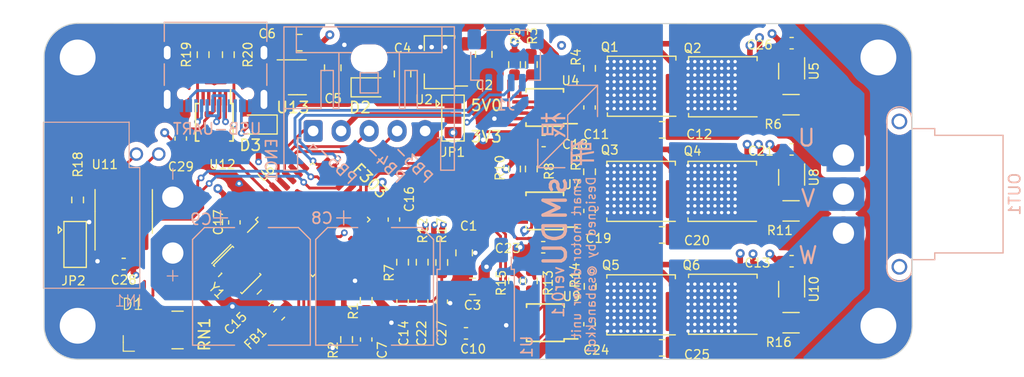
<source format=kicad_pcb>
(kicad_pcb (version 20221018) (generator pcbnew)
  (layers (0 "F.Cu" signal) (1 "In1.Cu" signal) (2 "In2.Cu" signal) (31 "B.Cu" signal) (34 "B.Paste" user) (35 "F.Paste" user) (36 "B.SilkS" user "B.Silkscreen") (37 "F.SilkS" user "F.Silkscreen") (38 "B.Mask" user) (39 "F.Mask" user) (44 "Edge.Cuts" user))
  (net 0 "")
  (net 1 "GND")
  (net 2 "+3.3V")
  (net 3 "/BRIDGE/OUT")
  (net 4 "+9V")
  (net 5 "+BATT")
  (net 6 "Net-(D2-A)")
  (net 7 "/BRIDGE1/OUT")
  (net 8 "/BRIDGE2/OUT")
  (net 9 "Net-(U4-Vboot)")
  (net 10 "+5V")
  (net 11 "/BRIDGE/I")
  (net 12 "/MCU/NRST")
  (net 13 "Net-(U6-VDDA)")
  (net 14 "Net-(U7-Vboot)")
  (net 15 "/BRIDGE1/I")
  (net 16 "Net-(U9-Vboot)")
  (net 17 "/BRIDGE2/I")
  (net 18 "Net-(Q1-G)")
  (net 19 "Net-(Q2-G)")
  (net 20 "Net-(Q3-G)")
  (net 21 "Net-(Q4-G)")
  (net 22 "Net-(Q5-G)")
  (net 23 "Net-(Q6-G)")
  (net 24 "Net-(U4-HO)")
  (net 25 "Net-(U4-LO)")
  (net 26 "/MCU/POWER_V")
  (net 27 "Net-(D1-RK)")
  (net 28 "Net-(D1-GK)")
  (net 29 "Net-(D1-BK)")
  (net 30 "Net-(D3-A)")
  (net 31 "/MCU/PB3")
  (net 32 "/MCU/PB4")
  (net 33 "/MCU/PB5")
  (net 34 "Net-(ENC1-Pin_2)")
  (net 35 "/CAN/CAN-H")
  (net 36 "Net-(J2-CC1)")
  (net 37 "/CAN/CAN-L")
  (net 39 "Net-(J2-CC2)")
  (net 40 "Net-(U5-+)")
  (net 42 "Net-(JP2-C)")
  (net 43 "Net-(U12-UD+)")
  (net 44 "Net-(U12-UD-)")
  (net 45 "/MCU/LED_R")
  (net 46 "/MCU/LED_G")
  (net 47 "/MCU/LED_B")
  (net 48 "Net-(U4-DT)")
  (net 49 "Net-(U8-+)")
  (net 50 "Net-(U7-DT)")
  (net 51 "Net-(U7-HO)")
  (net 52 "Net-(U7-LO)")
  (net 53 "Net-(U10-+)")
  (net 54 "Net-(U9-DT)")
  (net 55 "Net-(U9-HO)")
  (net 56 "Net-(U9-LO)")
  (net 57 "/MCU/SWCLK")
  (net 58 "/MCU/SWDIO")
  (net 60 "/BRIDGE/EN")
  (net 61 "/BRIDGE/PWM")
  (net 62 "Net-(U6-PF0)")
  (net 63 "Net-(U6-PF1)")
  (net 66 "/BRIDGE2/PWM")
  (net 67 "/BRIDGE1/PWM")
  (net 68 "/CAN/CAN_RX")
  (net 69 "/CAN/CAN_TX")
  (net 71 "/MCU/UART_TX")
  (net 72 "/MCU/UART_RX")
  (net 80 "Net-(R7-Pad1)")
  (net 81 "Net-(R12-Pad1)")
  (net 82 "Net-(R17-Pad1)")
  (footprint "Resistor_SMD:R_0603_1608Metric_Pad0.98x0.95mm_HandSolder" (layer "F.Cu") (at 102.974874 85.768876 -90)
    (fp_text reference "R18")
    (fp_text value "120")
  )
  (footprint "Capacitor_SMD:C_0603_1608Metric_Pad1.08x0.95mm_HandSolder" (layer "F.Cu") (at 131.224874 87.525126 -90)
    (fp_text reference "C16")
    (fp_text value "0.1u")
  )
  (footprint "Capacitor_SMD:C_0603_1608Metric_Pad1.08x0.95mm_HandSolder" (layer "F.Cu") (at 132 94.8375 -90)
    (fp_text reference "C14")
    (fp_text value "0.01u")
  )
  (footprint "Capacitor_SMD:C_0805_2012Metric_Pad1.18x1.45mm_HandSolder" (layer "F.Cu") (at 122.762374 71.700126 180)
    (fp_text reference "C6")
    (fp_text value "4.7u")
  )
  (footprint "Capacitor_SMD:C_0603_1608Metric_Pad1.08x0.95mm_HandSolder" (layer "F.Cu") (at 107.089874 91.5 180)
    (fp_text reference "C28")
    (fp_text value "0.1u")
  )
  (footprint "Package_TO_SOT_SMD:SOT-363_SC-70-6" (layer "F.Cu") (at 166.75 93.75 -90)
    (fp_text reference "U10")
    (fp_text value "INA199xxDCK")
  )
  (footprint "Package_TO_SOT_SMD:SOT-363_SC-70-6" (layer "F.Cu") (at 166.75 83.75 -90)
    (fp_text reference "U8")
    (fp_text value "INA199xxDCK")
  )
  (footprint "Package_QFP:LQFP-32_7x7mm_P0.8mm" (layer "F.Cu") (at 123.974874 87.525126 45)
    (fp_text reference "U6")
    (fp_text value "STM32F303K8Tx")
  )
  (footprint "Package_TO_SOT_SMD:TDSON-8-1" (layer "F.Cu") (at 160.555 85 180)
    (fp_text reference "Q4")
    (fp_text value "BSC050N04LS")
  )
  (footprint "Package_SO:SOIC-8_3.9x4.9mm_P1.27mm" (layer "F.Cu") (at 107.089874 86.793876 90)
    (fp_text reference "U11")
    (fp_text value "MCP2551-I-SN")
  )
  (footprint "Capacitor_SMD:C_0603_1608Metric_Pad1.08x0.95mm_HandSolder" (layer "F.Cu") (at 166.75 81.25)
    (fp_text reference "C21")
    (fp_text value "0.1u")
  )
  (footprint "Capacitor_SMD:C_0603_1608Metric_Pad1.08x0.95mm_HandSolder" (layer "F.Cu") (at 116.974874 87.775126 90)
    (fp_text reference "C17")
    (fp_text value "0.1u")
  )
  (footprint "Resistor_SMD:R_0603_1608Metric_Pad0.98x0.95mm_HandSolder" (layer "F.Cu") (at 114.184874 72.775126 90)
    (fp_text reference "R19")
    (fp_text value "5.1k")
  )
  (footprint "Capacitor_SMD:C_0603_1608Metric_Pad1.08x0.95mm_HandSolder" (layer "F.Cu") (at 166.75 71.75)
    (fp_text reference "C26")
    (fp_text value "0.1u")
  )
  (footprint "Package_TO_SOT_SMD:TDSON-8-1" (layer "F.Cu") (at 153.355 75.6 180)
    (fp_text reference "Q1")
    (fp_text value "BSC050N04LS")
  )
  (footprint "Capacitor_SMD:C_0805_2012Metric_Pad1.18x1.45mm_HandSolder" (layer "F.Cu") (at 138.25 93.5 180)
    (fp_text reference "C3")
    (fp_text value "4.7u")
  )
  (footprint "Resistor_SMD:R_0603_1608Metric_Pad0.98x0.95mm_HandSolder" (layer "F.Cu") (at 135.5 91.3625 -90)
    (fp_text reference "R17")
    (fp_text value "100")
  )
  (footprint "Resistor_SMD:R_0603_1608Metric_Pad0.98x0.95mm_HandSolder" (layer "F.Cu") (at 142 73.6625 90)
    (fp_text reference "R5")
    (fp_text value "22")
  )
  (footprint "Capacitor_SMD:C_0805_2012Metric_Pad1.18x1.45mm_HandSolder" (layer "F.Cu") (at 132 74.5 90)
    (fp_text reference "C4")
    (fp_text value "4.7u")
  )
  (footprint "Capacitor_SMD:C_0603_1608Metric_Pad1.08x0.95mm_HandSolder" (layer "F.Cu") (at 144.6 80.5)
    (fp_text reference "C18")
    (fp_text value "1u")
  )
  (footprint "Resistor_SMD:R_0603_1608Metric_Pad0.98x0.95mm_HandSolder" (layer "F.Cu") (at 148.7 74 90)
    (fp_text reference "R4")
    (fp_text value "22")
  )
  (footprint "Jumper:SolderJumper-3_P1.3mm_Open_Pad1.0x1.5mm" (layer "F.Cu") (at 136.5 78.450126 -90)
    (fp_text reference "JP1")
    (fp_text value "Jumper_3_Open")
  )
  (footprint "Capacitor_SMD:C_0805_2012Metric_Pad1.18x1.45mm_HandSolder" (layer "F.Cu") (at 155.2 79.5)
    (fp_text reference "C12")
    (fp_text value "4.7u")
  )
  (footprint "Package_TO_SOT_SMD:SOT-89-3" (layer "F.Cu") (at 135.3 73.450126 180)
    (fp_text reference "U2")
    (fp_text value "L78L05_SOT89")
  )
  (footprint "Capacitor_SMD:C_0603_1608Metric_Pad1.08x0.95mm_HandSolder" (layer "F.Cu") (at 148.7 77.5 -90)
    (fp_text reference "C11")
    (fp_text value "1u")
  )
  (footprint "Package_SO:MSOP-10_3x3mm_P0.5mm" (layer "F.Cu") (at 115.184874 78.825126 -90)
    (fp_text reference "U12")
    (fp_text value "CH340E")
  )
  (footprint "Package_TO_SOT_SMD:TDSON-8-1" (layer "F.Cu") (at 153.305 85 180)
    (fp_text reference "Q3")
    (fp_text value "BSC050N04LS")
  )
  (footprint "Capacitor_SMD:C_0603_1608Metric_Pad1.08x0.95mm_HandSolder" (layer "F.Cu") (at 144.5625 90)
    (fp_text reference "C23")
    (fp_text value "1u")
  )
  (footprint "MountingHole:MountingHole_3.2mm_M3_ISO14580_Pad" (layer "F.Cu") (at 102.974874 73.025126)
    (fp_text reference "H2" hide)
    (fp_text value "MountingHole_Pad")
  )
  (footprint "Resistor_SMD:R_0603_1608Metric_Pad0.98x0.95mm_HandSolder" (layer "F.Cu") (at 143.5 93 90)
    (fp_text reference "R13")
    (fp_text value "100k")
  )
  (footprint "Jumper:SolderJumper-3_P1.3mm_Open_Pad1.0x1.5mm" (layer "F.Cu") (at 102.75 89.75 -90)
    (fp_text reference "JP2")
    (fp_text value "Jumper_3_Open")
  )
  (footprint "Diode_SMD:D_SOD-323" (layer "F.Cu") (at 129.012374 75.700126)
    (fp_text reference "D2")
    (fp_text value "D")
  )
  (footprint "Resistor_SMD:R_0603_1608Metric_Pad0.98x0.95mm_HandSolder" (layer "F.Cu") (at 143.5 73.6625 90)
    (fp_text reference "R3")
    (fp_text value "100k")
  )
  (footprint "MountingHole:MountingHole_3.2mm_M3_ISO14580_Pad" (layer "F.Cu") (at 174.5 97.025126)
    (fp_text reference "H1" hide)
    (fp_text value "MountingHole_Pad")
  )
  (footprint "Package_TO_SOT_SMD:SOT-363_SC-70-6" (layer "F.Cu") (at 166.75 74.25 -90)
    (fp_text reference "U5")
    (fp_text value "INA199xxDCK")
  )
  (footprint "Resistor_SMD:R_Array_Convex_4x0603" (layer "F.Cu") (at 111.9 97.4 180)
    (fp_text reference "RN1")
    (fp_text value "1k")
  )
  (footprint "Crystal:Resonator_SMD_Murata_CSTxExxV-3Pin_3.0x1.1mm_HandSoldering" (layer "F.Cu") (at 117.224874 92.025126 -45)
    (fp_text reference "Y1")
    (fp_text value "Resonator")
  )
  (footprint "Capacitor_SMD:C_0603_1608Metric_Pad1.08x0.95mm_HandSolder" (layer "F.Cu") (at 133.75 94.8375 -90)
    (fp_text reference "C22")
    (fp_text value "0.01u")
  )
  (footprint "Capacitor_SMD:C_0805_2012Metric_Pad1.18x1.45mm_HandSolder" (layer "F.Cu") (at 137.5 90.5 -90)
    (fp_text reference "C1")
    (fp_text value "4.7u")
  )
  (footprint "Package_SO:MSOP-10_3x3mm_P0.5mm" (layer "F.Cu") (at 144.7 86.75 180)
    (fp_text reference "U7")
    (fp_text value "DGD0506A")
  )
  (footprint "Capacitor_SMD:C_0805_2012Metric_Pad1.18x1.45mm_HandSolder" (layer "F.Cu") (at 139.25 72.75 -90)
    (fp_text reference "C2")
    (fp_text value "4.7u")
  )
  (footprint "Resistor_SMD:R_0603_1608Metric_Pad0.98x0.95mm_HandSolder" (layer "F.Cu") (at 148.7 83.25 90)
    (fp_text reference "R9")
    (fp_text value "22")
  )
  (footprint "Capacitor_SMD:C_0603_1608Metric_Pad1.08x0.95mm_HandSolder" (layer "F.Cu") (at 166.75 91.25)
    (fp_text reference "C13")
    (fp_text value "0.1u")
  )
  (footprint "Capacitor_SMD:C_0603_1608Metric_Pad1.08x0.95mm_HandSolder" (layer "F.Cu") (at 112.184874 80.275126 -90)
    (fp_text reference "C29")
    (fp_text value "0.1u")
  )
  (footprint "Resistor_SMD:R_0603_1608Metric_Pad0.98x0.95mm_HandSolder" (layer "F.Cu") (at 128.75 94.75 -90)
    (fp_text reference "R1")
    (fp_text value "10k")
  )
  (footprint "Capacitor_SMD:C_0603_1608Metric_Pad1.08x0.95mm_HandSolder" (layer "F.Cu") (at 148.7 86.75 -90)
    (fp_text reference "C19")
    (fp_text value "1u")
  )
  (footprint "Capacitor_SMD:C_0603_1608Metric_Pad1.08x0.95mm_HandSolder" (layer "F.Cu") (at 128.75 98.25 -90)
    (fp_text reference "C7")
    (fp_text value "0.1u")
  )
  (footprint "Capacitor_SMD:C_0603_1608Metric_Pad1.08x0.95mm_HandSolder" (layer "F.Cu") (at 135.5 94.8625 -90)
    (fp_text reference "C27")
    (fp_text value "0.01u")
  )
  (footprint "Package_TO_SOT_SMD:TDSON-8-1" (layer "F.Cu") (at 153.305 95.15 180)
    (fp_text reference "Q5")
    (fp_text value "BSC050N04LS")
  )
  (footprint "Resistor_SMD:R_0603_1608Metric_Pad0.98x0.95mm_HandSolder" (layer "F.Cu") (at 116.434874 72.775126 90)
    (fp_text reference "R20")
    (fp_text value "5.1k")
  )
  (footprint "Resistor_SMD:R_0603_1608Metric_Pad0.98x0.95mm_HandSolder" (layer "F.Cu") (at 142 83 90)
    (fp_text reference "R10")
    (fp_text value "22")
  )
  (footprint "Package_TO_SOT_SMD:SOT-23-3" (layer "F.Cu") (at 122.6 74.8)
    (fp_text reference "U13")
    (fp_text value "XC6206PxxxMR")
  )
  (footprint "Capacitor_SMD:C_0805_2012Metric_Pad1.18x1.45mm_HandSolder" (layer "F.Cu") (at 155.2 88.9)
    (fp_text reference "C20")
    (fp_text value "4.7u")
  )
  (footprint "Capacitor_SMD:C_0603_1608Metric_Pad1.08x0.95mm_HandSolder" (layer "F.Cu") (at 137.6625 97.7)
    (fp_text reference "C10")
    (fp_text value "1u")
  )
  (footprint "Resistor_SMD:R_0603_1608Metric_Pad0.98x0.95mm_HandSolder" (layer "F.Cu") (at 142 93 90)
    (fp_text reference "R15")
    (fp_text value "22")
  )
  (footprint "Resistor_SMD:R_0603_1608Metric_Pad0.98x0.95mm_HandSolder" (layer "F.Cu") (at 143.5 83 90)
    (fp_text reference "R8")
    (fp_text value "100k")
  )
  (footprint "Capacitor_SMD:C_0805_2012Metric_Pad1.18x1.45mm_HandSolder" (layer "F.Cu") (at 155.2 99)
    (fp_text reference "C25")
    (fp_text value "4.7u")
  )
  (footprint "Resistor_SMD:R_0603_1608Metric_Pad0.98x0.95mm_HandSolder" (layer "F.Cu") (at 127 98.25 -90)
    (fp_text reference "R2")
    (fp_text value "1k")
  )
  (footprint "MountingHole:MountingHole_3.2mm_M3_ISO14580_Pad" (layer "F.Cu") (at 174.5 73.025126)
    (fp_text reference "H4" hide)
    (fp_text value "MountingHole_Pad")
  )
  (footprint "Capacitor_SMD:C_0805_2012Metric_Pad1.18x1.45mm_HandSolder" (layer "F.Cu") (at 119.724874 94.525126 -135)
    (fp_text reference "C15")
    (fp_text value "4.7u")
  )
  (footprint "Capacitor_SMD:C_0805_2012Metric_Pad1.18x1.45mm_HandSolder" (layer "F.Cu") (at 125.762374 73.950126 90)
    (fp_text reference "C5")
    (fp_text value "4.7u")
  )
  (footprint "Robocon_Diode:SMD,1.8x2mm" (layer "F.Cu") (at 106.15 97.5 90)
    (fp_text reference "D1")
    (fp_text value "LED_BARG")
  )
  (footprint "Resistor_SMD:R_0603_1608Metric_Pad0.98x0.95mm_HandSolder" (layer "F.Cu") (at 132 91.3375 -90)
    (fp_text reference "R7")
    (fp_text value "100")
  )
  (footprint "Package_TO_SOT_SMD:TDSON-8-1" (layer "F.Cu") (at 160.605 75.65 180)
    (fp_text reference "Q2")
    (fp_text value "BSC050N04LS")
  )
  (footprint "Inductor_SMD:L_0603_1608Metric_Pad1.05x0.95mm_HandSolder" (layer "F.Cu") (at 120.974874 96.025126 45)
    (fp_text reference "FB1")
    (fp_text value "FerriteBead")
  )
  (footprint "Resistor_SMD:R_0603_1608Metric_Pad0.98x0.95mm_HandSolder" (layer "F.Cu") (at 133.75 91.3375 -90)
    (fp_text reference "R12")
    (fp_text value "100")
  )
  (footprint "Resistor_SMD:R_1206_3216Metric_Pad1.30x1.75mm_HandSolder" (layer "F.Cu") (at 166.7 77.25)
    (fp_text reference "R6")
    (fp_text value "1m")
  )
  (footprint "Capacitor_SMD:C_0603_1608Metric_Pad1.08x0.95mm_HandSolder" (layer "F.Cu") (at 148.7 96.8875 -90)
    (fp_text reference "C24")
    (fp_text value "1u")
  )
  (footprint "Package_TO_SOT_SMD:TDSON-8-1" (layer "F.Cu") (at 160.605 95.1 180)
    (fp_text reference "Q6")
    (fp_text value "BSC050N04LS")
  )
  (footprint "Package_SO:MSOP-10_3x3mm_P0.5mm" (layer "F.Cu") (at 144.7 77.5 180)
    (fp_text reference "U4")
    (fp_text value "DGD0506A")
  )
  (footprint "Resistor_SMD:R_0603_1608Metric_Pad0.98x0.95mm_HandSolder" (layer "F.Cu") (at 148.75 93.5 90)
    (fp_text reference "R14")
    (fp_text value "22")
  )
  (footprint "Resistor_SMD:R_1206_3216Metric_Pad1.30x1.75mm_HandSolder" (layer "F.Cu") (at 166.7 86.75)
    (fp_text reference "R11")
    (fp_text value "1m")
  )
  (footprint "Package_SO:MSOP-10_3x3mm_P0.5mm" (layer "F.Cu") (at 144.75 96.75 180)
    (fp_text reference "U9")
    (fp_text value "DGD0506A")
  )
  (footprint "Diode_SMD:D_SOD-323" (layer "F.Cu") (at 119.184874 79.025126 180)
    (fp_text reference "D3")
    (fp_text value "D")
  )
  (footprint "Resistor_SMD:R_1206_3216Metric_Pad1.30x1.75mm_HandSolder" (layer "F.Cu") (at 166.7 96.75)
    (fp_text reference "R16")
    (fp_text value "1m")
  )
  (footprint "MountingHole:MountingHole_3.2mm_M3_ISO14580_Pad" (layer "F.Cu") (at 102.974874 97.025126)
    (fp_text reference "H3" hide)
    (fp_text value "MountingHole_Pad")
  )
  (footprint "Package_TO_SOT_SMD:TO-252-2" (layer "B.Cu") (at 138.53 95.29 -90)
    (fp_text reference "U1")
    (fp_text value "9V_LR")
  )
  (footprint "Connector_JST:JST_XA_S05B-XASK-1_1x05_P2.50mm_Horizontal" (layer "B.Cu") (at 124.012374 79.600126)
    (fp_text reference "ENC1")
    (fp_text value "Conn_01x05")
  )
  (footprint "Connector_JST:JST_SH_SM04B-SRSS-TB_1x04-1MP_P1.00mm_Horizontal" (layer "B.Cu") (at 141.2 73.275)
    (fp_text reference "J1")
    (fp_text value "Conn_01x04")
  )
  (footprint "Connector_AMASS:AMASS_MR30PW-FB_1x03_P3.50mm_Horizontal" (layer "B.Cu") (at 171.375 81.75 90)
    (fp_text reference "OUT1")
    (fp_text value "Conn_01x03")
  )
  (footprint "Connector_USB:USB_C_Receptacle_XKB_U262-16XN-4BVC11" (layer "B.Cu") (at 115.294874 73.670126)
    (fp_text reference "J2" hide)
    (fp_text value "USB_C_Receptacle_USB2.0")
  )
  (footprint "Capacitor_SMD:CP_Elec_10x10" (layer "B.Cu") (at 118.5 93.5 -90)
    (fp_text reference "C9")
    (fp_text value "330u")
  )
  (footprint "Sabanekko_icon:sabanegi" (layer "B.Cu") (at 143.3155 80.089 -90)
    (fp_text reference "TP1" hide)
    (fp_text value "LOGO")
  )
  (footprint "Robocon_Connector:XT30PW22" (layer "B.Cu") (at 108.474874 88.018876 90)
    (fp_text reference "IN1")
    (fp_text value "~")
  )
  (footprint "Capacitor_SMD:CP_Elec_10x10" (layer "B.Cu") (at 129.5 93.5 -90)
    (fp_text reference "C8")
    (fp_text value "330u")
  )
  (gr_arc (start 177.525126 97) (mid 176.639087 99.139087) (end 174.5 100.025126) (stroke (width 0.1)) (layer "Edge.Cuts"))
  (gr_arc (start 103 100.025126) (mid 100.860913 99.139087) (end 99.974874 97) (stroke (width 0.1)) (layer "Edge.Cuts"))
  (gr_line (start 103 100.025126) (end 174.5 100.025126) (stroke (width 0.1)) (layer "Edge.Cuts"))
  (gr_line (start 99.974874 73) (end 99.974874 97) (stroke (width 0.1)) (layer "Edge.Cuts"))
  (gr_arc (start 174.5 70) (mid 176.62132 70.87868) (end 177.5 73) (stroke (width 0.1)) (layer "Edge.Cuts"))
  (gr_line (start 177.5 73) (end 177.525126 97) (stroke (width 0.1)) (layer "Edge.Cuts"))
  (gr_arc (start 99.974874 73) (mid 100.860913 70.860913) (end 103 69.974874) (stroke (width 0.1)) (layer "Edge.Cuts"))
  (gr_line (start 174.5 70) (end 103 69.974874) (stroke (width 0.1)) (layer "Edge.Cuts"))
  (gr_text "V" (at 169 86.5) (layer "B.SilkS") (effects (font (size 1.5 1.5) (thickness 0.2)) (justify left bottom mirror)))
  (gr_text "PB5-" (at 127.3 84.6 -45) (layer "B.SilkS") (effects (font (size 1 1)) (justify left bottom mirror)))
  (gr_text "PB4-\n" (at 131.6 84.5 -45) (layer "B.SilkS") (effects (font (size 1 1)) (justify left bottom mirror)))
  (gr_text "\nDesigned by @sabanekko1" (at 149.3 83.6 90) (layer "B.SilkS") (effects (font (size 0.8 0.8) (thickness 0.12)) (justify left bottom mirror)))
  (gr_text "sMDU" (at 146.8 83.5 90) (layer "B.SilkS") (effects (font (size 2 2) (thickness 0.3)) (justify left bottom mirror)))
  (gr_text "PB3-" (at 134.1 84.5 -45) (layer "B.SilkS") (effects (font (size 1 1)) (justify left bottom mirror)))
  (gr_text "smart motor driver unit" (at 148 83.7 90) (layer "B.SilkS") (effects (font (size 0.8 0.8) (thickness 0.12)) (justify left bottom mirror)))
  (gr_text "ver0.1" (at 146.5 91.6 90) (layer "B.SilkS") (effects (font (size 1 1)) (justify left bottom mirror)))
  (gr_text "U" (at 169 81.1) (layer "B.SilkS") (effects (font (size 1.5 1.5) (thickness 0.2)) (justify left bottom mirror)))
  (gr_text "W" (at 169.2 91.6) (layer "B.SilkS") (effects (font (size 1.5 1.5) (thickness 0.2)) (justify left bottom mirror)))
  (gr_text "USB-UART" (at 119.5 80) (layer "B.SilkS") (effects (font (size 1 1)) (justify left bottom mirror)))
  (gr_text "F303" (at 127.3 83.1 -45) (layer "F.SilkS") (effects (font (size 1 1)) (justify left bottom)))
  (gr_text "3V3" (at 138 80.7) (layer "F.SilkS") (effects (font (size 1 1)) (justify left bottom)))
  (gr_text "5V0" (at 138 77.9) (layer "F.SilkS") (effects (font (size 1 1)) (justify left bottom)))
  (segment (start 166.95 76.95) (end 167.25 77.25) (width 0.25) (layer "F.Cu") (net 1))
  (segment (start 137.5 93.2125) (end 137.2125 93.5) (width 0.5) (layer "F.Cu") (net 1))
  (segment (start 143.5 78) (end 142.5 78) (width 0.25) (layer "F.Cu") (net 1))
  (segment (start 143.274312 79.050688) (end 143.525 78.8) (width 0.25) (layer "F.Cu") (net 1))
  (segment (start 116.758749 95.258749) (end 116.708497 95.258749) (width 0.5) (layer "F.Cu") (net 1))
  (segment (start 135.5 95.725) (end 136.225 95) (width 0.5) (layer "F.Cu") (net 1))
  (segment (start 143.5 87.25) (end 142.5 87.25) (width 0.25) (layer "F.Cu") (net 1))
  (segment (start 131.1125 96.75) (end 131 96.75) (width 0.5) (layer "F.Cu") (net 1))
  (segment (start 131 96.75) (end 131 96.8625) (width 0.5) (layer "F.Cu") (net 1))
  (segment (start 115.974874 93.275126) (end 117.224874 92.025126) (width 0.5) (layer "F.Cu") (net 1))
  (segment (start 128.75 99.1125) (end 127.05 99.1125) (width 0.5) (layer "F.Cu") (net 1))
  (segment (start 137.1625 73.450126) (end 135.950126 73.450126) (width 1) (layer "F.Cu") (net 1))
  (segment (start 137.5 91.5375) (end 137.5 93.2125) (width 0.5) (layer "F.Cu") (net 1))
  (segment (start 137.1625 73.450126) (end 138.912626 73.450126) (width 1) (layer "F.Cu") (net 1))
  (segment (start 166.95 96.45) (end 167.25 96.75) (width 0.25) (layer "F.Cu") (net 1))
  (segment (start 131.224874 88.387626) (end 129.016716 88.387626) (width 0.5) (layer "F.Cu") (net 1))
  (segment (start 135.950126 73.450126) (end 134.6 72.1) (width 1) (layer "F.Cu") (net 1))
  (segment (start 167.6125 92.5875) (end 167.4 92.8) (width 0.5) (layer "F.Cu") (net 1))
  (segment (start 135.5 95.725) (end 132.025 95.725) (width 0.5) (layer "F.Cu") (net 1))
  (segment (start 143.525 88.225) (end 143.525 87.275) (width 0.25) (layer "F.Cu") (net 1))
  (segment (start 116.841251 95.258749) (end 116.8 95.3) (width 0.5) (layer "F.Cu") (net 1))
  (segment (start 166.75 75.2) (end 166.75 75.863604) (width 0.25) (layer "F.Cu") (net 1))
  (segment (start 115.974874 94.525126) (end 115.974874 93.275126) (width 0.5) (layer "F.Cu") (net 1))
  (segment (start 110.974874 78.202626) (end 112.184874 79.412626) (width 0.5) (layer "F.Cu") (net 1))
  (segment (start 167.6125 71.75) (end 167.6125 73.0875) (width 0.5) (layer "F.Cu") (net 1))
  (segment (start 139.475 73.5625) (end 139.25 73.7875) (width 0.25) (layer "F.Cu") (net 1))
  (segment (start 141.280467 96.980467) (end 141.55 97.25) (width 0.25) (layer "F.Cu") (net 1))
  (segment (start 166.75 94.7) (end 166.75 95.113604) (width 0.25) (layer "F.Cu") (net 1))
  (segment (start 143.5 82.0875) (end 143.5 80.8375) (width 0.5) (layer "F.Cu") (net 1))
  (segment (start 143.5 92.0875) (end 143.5 90.2) (width 0.5) (layer "F.Cu") (net 1))
  (segment (start 121.724874 73.587626) (end 121.4625 73.85) (width 0.5) (layer "F.Cu") (net 1))
  (segment (start 119.042804 85.942804) (end 119.042804 86.552854) (width 0.5) (layer "F.Cu") (net 1))
  (segment (start 166.75 84.7) (end 166.75 85.363604) (width 0.25) (layer "F.Cu") (net 1))
  (segment (start 143.525 78.8) (end 143.525 78.025) (width 0.25) (layer "F.Cu") (net 1))
  (segment (start 142.5 90) (end 142.6 90) (width 0.5) (layer "F.Cu") (net 1))
  (segment (start 113.931258 79.412626) (end 112.184874 79.412626) (width 0.25) (layer "F.Cu") (net 1))
  (segment (start 115.184874 77.815126) (end 114.309874 78.690126) (width 0.25) (layer "F.Cu") (net 1))
  (segment (start 167.6125 91.25) (end 167.6125 92.5875) (width 0.5) (layer "F.Cu") (net 1))
  (segment (start 102.75 88.45) (end 103.3 88.45) (width 0.5) (layer "F.Cu") (net 1))
  (segment (start 142.9 88.5) (end 143.25 88.5) (width 0.25) (layer "F.Cu") (net 1))
  (segment (start 119.608489 85.987169) (end 119.042804 86.552854) (width 0.5) (layer "F.Cu") (net 1))
  (segment (start 121.724874 71.700126) (end 120.509874 71.700126) (width 0.5) (layer "F.Cu") (net 1))
  (segment (start 103.3 88.45) (end 104 87.75) (width 0.5) (layer "F.Cu") (net 1))
  (segment (start 116.8 95.3) (end 116.758749 95.258749) (width 0.5) (layer "F.Cu") (net 1))
  (segment (start 118.991251 95.258749) (end 116.841251 95.258749) (width 0.5) (layer "F.Cu") (net 1))
  (segment (start 167.6125 82.5875) (end 167.4 82.8) (width 0.5) (layer "F.Cu") (net 1))
  (segment (start 140.750688 79.050688) (end 140.3 78.6) (width 0.25) (layer "F.Cu") (net 1))
  (segment (start 142.5 80.6) (end 139.412962 80.6) (width 0.5) (layer "F.Cu") (net 1))
  (segment (start 128.906944 88.497398) (end 128.367299 87.957753) (width 0.5) (layer "F.Cu") (net 1))
  (segment (start 131 96.8625) (end 128.75 99.1125) (width 0.5) (layer "F.Cu") (net 1))
  (segment (start 132.012374 73.450126) (end 132 73.4625) (width 1) (layer "F.Cu") (net 1))
  (segment (start 116.708497 95.258749) (end 115.974874 94.525126) (width 0.5) (layer "F.Cu") (net 1))
  (segment (start 137.1625 73.450126) (end 132.012374 73.450126) (width 1) (layer "F.Cu") (net 1))
  (segment (start 167.25 96.75) (end 168.25 96.75) (width 0.25) (layer "F.Cu") (net 1))
  (segment (start 110.974874 76.775126) (end 110.974874 78.202626) (width 0.5) (layer "F.Cu") (net 1))
  (segment (start 143.5 90.2) (end 143.7 90) (width 0.5) (layer "F.Cu") (net 1))
  (segment (start 167 85.613604) (end 167 86.5) (width 0.25) (layer "F.Cu") (net 1))
  (segment (start 167.6125 73.0875) (end 167.4 73.3) (width 0.5) (layer "F.Cu") (net 1))
  (segment (start 117.167374 72.595126) (end 116.434874 71.862626) (width 0.5) (layer "F.Cu") (net 1))
  (segment (start 140.750688 79.050688) (end 143.274312 79.050688) (width 0.25) (layer "F.Cu") (net 1))
  (segment (start 128.367299 87.957753) (end 121.579074 87.957753) (width 0.5) (layer "F.Cu") (net 1))
  (segment (start 136.25 94.975) (end 137.2125 94.0125) (width 0.5) (layer "F.Cu") (net 1))
  (segment (start 121.724874 71.700126) (end 121.724874 73.587626) (width 0.5) (layer "F.Cu") (net 1))
  (segment (start 106.454874 89.268876) (end 106.454874 91.791376) (width 0.25) (layer "F.Cu") (net 1))
  (segment (start 126.775 71.9) (end 125.762374 72.912626) (width 1) (layer "F.Cu") (net 1))
  (segment (start 166.75 75.863604) (end 166.95 76.063604) (width 0.25) (layer "F.Cu") (net 1))
  (segment (start 132 95.8625) (end 131.1125 96.75) (width 0.5) (layer "F.Cu") (net 1))
  (segment (start 167 86.5) (end 167.25 86.75) (width 0.25) (layer "F.Cu") (net 1))
  (segment (start 167.25 77.25) (end 168.25 77.25) (width 0.25) (layer "F.Cu") (net 1))
  (segment (start 136.25 95) (end 136.25 94.975) (width 0.5) (layer "F.Cu") (net 1))
  (segment (start 132.025 95.725) (end 132 95.7) (width 0.5) (layer "F.Cu") (net 1))
  (segment (start 166.95 95.313604) (end 166.95 96.45) (width 0.25) (layer "F.Cu") (net 1))
  (segment (start 167.4 73.3) (end 166.8 73.3) (width 0.5) (layer "F.Cu") (net 1))
  (segment (start 132 95.7) (end 132 95.8625) (width 0.5) (layer "F.Cu") (net 1))
  (segment (start 143.5 80.8375) (end 143.8375 80.5) (width 0.5) (layer "F.Cu") (net 1))
  (segment (start 142.6 80.5) (end 142.5 80.6) (width 0.5) (layer "F.Cu") (net 1))
  (segment (start 115.184874 76.625126) (end 115.184874 77.815126) (width 0.25) (layer "F.Cu") (net 1))
  (segment (start 125.9125 99.1625) (end 125.75 99) (width 0.5) (layer "F.Cu") (net 1))
  (segment (start 136.225 95) (end 136.25 95) (width 0.5) (layer "F.Cu") (net 1))
  (segment (start 114.309874 79.03401) (end 113.931258 79.412626) (width 0.25) (layer "F.Cu") (net 1))
  (segment (start 126.8 71.9) (end 126.775 71.9) (width 1) (layer "F.Cu") (net 1))
  (segment (start 105 91.5) (end 104.75 91.25) (width 0.5) (layer "F.Cu") (net 1))
  (segment (start 119.614874 72.595126) (end 117.167374 72.595126) (width 0.5) (layer "F.Cu") (net 1))
  (segment (start 142.6875 73.5625) (end 139.475 73.5625) (width 0.25) (layer "F.Cu") (net 1))
  (segment (start 143.8375 80.5) (end 142.6 80.5) (width 0.5) (layer "F.Cu") (net 1))
  (segment (start 137.2125 94.0125) (end 137.2125 93.5) (width 0.5) (layer "F.Cu") (net 1))
  (segment (start 135.8 72.1) (end 133.6 72.1) (width 1) (layer "F.Cu") (net 1))
  (segment (start 166.95 76.063604) (end 166.95 76.95) (width 0.25) (layer "F.Cu") (net 1))
  (segment (start 129.016716 88.387626) (end 128.906944 88.497398) (width 0.5) (layer "F.Cu") (net 1))
  (segment (start 114.309874 78.690126) (end 114.309874 79.03401) (width 0.25) (layer "F.Cu") (net 1))
  (segment (start 106.227374 91.5) (end 105 91.5) (width 0.5) (layer "F.Cu") (net 1))
  (segment (start 167.4 82.8) (end 166.8 82.8) (width 0.5) (layer "F.Cu") (net 1))
  (segment (start 143.5 72.75) (end 142.6875 73.5625) (width 0.25) (layer "F.Cu") (net 1))
  (segment (start 120.509874 71.700126) (end 119.614874 72.595126) (width 0.5) (layer "F.Cu") (net 1))
  (segment (start 121.579074 87.957753) (end 119.60849 85.987169) (width 0.5) (layer "F.Cu") (net 1))
  (segment (start 166.75 85.363604) (end 167 85.613604) (width 0.25) (layer "F.Cu") (net 1))
  (segment (start 139.412962 80.6) (end 139.2 80.387038) (width 0.5) (layer "F.Cu") (net 1))
  (segment (start 127.05 99.1125) (end 127 99.1625) (width 0.5) (layer "F.Cu") (net 1))
  (segment (start 167.6125 81.25) (end 167.6125 82.5875) (width 0.5) (layer "F.Cu") (net 1))
  (segment (start 114.184874 71.862626) (end 116.434874 71.862626) (width 0.5) (layer "F.Cu") (net 1))
  (segment (start 138.912626 73.450126) (end 139.25 73.7875) (width 1) (layer "F.Cu") (net 1))
  (segment (start 143.525 78.025) (end 143.5 78) (width 0.25) (layer "F.Cu") (net 1))
  (segment (start 166.75 95.113604) (end 166.95 95.313604) (width 0.25) (layer "F.Cu") (net 1))
  (segment (start 126.8 71.875) (end 126.8 71.9) (width 1) (layer "F.Cu") (net 1))
  (segment (start 119.60849 85.987169) (end 119.608489 85.987169) (width 0.5) (layer "F.Cu") (net 1))
  (segment (start 143.25 88.5) (end 143.525 88.225) (width 0.25) (layer "F.Cu") (net 1))
  (segment (start 143.7 90) (end 142.5 90) (width 0.5) (layer "F.Cu") (net 1))
  (segment (start 117.4 84.3) (end 119.042804 85.942804) (width 0.5) (layer "F.Cu") (net 1))
  (segment (start 127 99.1625) (end 125.9125 99.1625) (width 0.5) (layer "F.Cu") (net 1))
  (segment (start 167.4 92.8) (end 166.8 92.8) (width 0.5) (layer "F.Cu") (net 1))
  (segment (start 167.25 86.75) (end 168.25 86.75) (width 0.25) (layer "F.Cu") (net 1))
  (segment (start 141.55 97.25) (end 142.55 97.25) (width 0.25) (layer "F.Cu") (net 1))
  (segment (start 140.2 78.5) (end 140.3 78.6) (width 0.25) (layer "F.Cu") (net 1))
  (segment (start 143.525 87.275) (end 143.5 87.25) (width 0.25) (layer "F.Cu") (net 1))
  (via (at 136.25 95) (size 0.8) (drill 0.4) (layers "F.Cu" "B.Cu") (net 1))
  (via (at 117.4 84.3) (size 0.6) (drill 0.3) (layers "F.Cu" "B.Cu") (net 1))
  (via (at 125.75 99) (size 0.8) (drill 0.4) (layers "F.Cu" "B.Cu") (net 1))
  (via (at 104.75 91.25) (size 0.8) (drill 0.4) (layers "F.Cu" "B.Cu") (net 1))
  (via (at 116.8 95.3) (size 0.8) (drill 0.4) (layers "F.Cu" "B.Cu") (net 1))
  (via (at 104 87.75) (size 0.8) (drill 0.4) (layers "F.Cu" "B.Cu") (net 1))
  (via (at 134.6 72.1) (size 0.8) (drill 0.4) (layers "F.Cu" "B.Cu") (net 1))
  (via (at 142.5 90) (size 0.8) (drill 0.4) (layers "F.Cu" "B.Cu") (net 1))
  (via (at 135.8 72.1) (size 0.8) (drill 0.4) (layers "F.Cu" "B.Cu") (net 1))
  (via (at 142.9 88.5) (size 0.8) (drill 0.4) (layers "F.Cu" "B.Cu") (net 1))
  (via (at 131 96.75) (size 0.8) (drill 0.4) (layers "F.Cu" "B.Cu") (net 1))
  (via (at 139.2 80.387038) (size 0.8) (drill 0.4) (layers "F.Cu" "B.Cu") (net 1))
  (via (at 141.255923 96.980467) (size 0.8) (drill 0.4) (layers "F.Cu" "B.Cu") (net 1))
  (via (at 133.6 72.1) (size 0.8) (drill 0.4) (layers "F.Cu" "B.Cu") (net 1))
  (via (at 126.8 71.9) (size 0.8) (drill 0.4) (layers "F.Cu" "B.Cu") (net 1))
  (via (at 140.2 78.5) (size 0.8) (drill 0.4) (layers "F.Cu" "B.Cu") (net 1))
  (segment (start 118.644874 77.340126) (end 119.049874 77.340126) (width 0.5) (layer "B.Cu") (net 1))
  (segment (start 119.049874 77.340126) (end 119.614874 76.775126) (width 0.5) (layer "B.Cu") (net 1))
  (segment (start 111.944874 77.340126) (end 111.539874 77.340126) (width 0.5) (layer "B.Cu") (net 1))
  (segment (start 111.539874 77.340126) (end 110.974874 76.775126) (width 0.5) (layer "B.Cu") (net 1))
  (segment (start 116.184874 81.025126) (end 116.184874 80.025126) (width 0.25) (layer "F.Cu") (net 2))
  (segment (start 112.137626 81.137626) (end 110.75 79.75) (width 0.25) (layer "F.Cu") (net 2))
  (segment (start 165.25 81.25) (end 165.8875 81.25) (width 0.5) (layer "F.Cu") (net 2))
  (segment (start 124.799874 71.700126) (end 125.5 71) (width 0.5) (layer "F.Cu") (net 2))
  (segment (start 165.85 71.75) (end 165.8875 71.75) (width 0.5) (layer "F.Cu") (net 2))
  (segment (start 114.612374 88.637626) (end 116.974874 88.637626) (width 0.5) (layer "F.Cu") (net 2))
  (segment (start 107.65 96.372183) (end 109.7 94.322183) (width 0.25) (layer "F.Cu") (net 2))
  (segment (start 130.181538 85.27826) (end 130.181538 84.181538) (width 0.5) (layer "F.Cu") (net 2))
  (segment (start 121.4625 75.5125) (end 121.4625 75.75) (width 0.5) (layer "F.Cu") (net 2))
  (segment (start 110.762374 88.637626) (end 116.974874 88.637626) (width 0.25) (layer "F.Cu") (net 2))
  (segment (start 113.474874 94.025126) (end 113.474874 89.775126) (width 0.5) (layer "F.Cu") (net 2))
  (segment (start 112.184874 81.137626) (end 112.137626 81.137626) (width 0.25) (layer "F.Cu") (net 2))
  (segment (start 119.042804 88.497398) (end 117.115102 88.497398) (width 0.5) (layer "F.Cu") (net 2))
  (segment (start 165.8875 82.5875) (end 166.1 82.8) (width 0.5) (layer "F.Cu") (net 2))
  (segment (start 165.8875 91.25) (end 165.8875 92.5875) (width 0.5) (layer "F.Cu") (net 2))
  (segment (start 113.474874 89.775126) (end 114.612374 88.637626) (width 0.5) (layer "F.Cu") (net 2))
  (segment (start 128.906944 86.552854) (end 130.181538 85.27826) (width 0.5) (layer "F.Cu") (net 2))
  (segment (start 165 70.9) (end 165.85 71.75) (width 0.5) (layer "F.Cu") (net 2))
  (segment (start 114.709874 80.000126) (end 114.684874 80.025126) (width 0.25) (layer "F.Cu") (net 2))
  (segment (start 117.115102 88.497398) (end 116.974874 88.637626) (width 0.5) (layer "F.Cu") (net 2))
  (segment (start 164.8 80.8) (end 165.25 81.25) (width 0.5) (layer "F.Cu") (net 2))
  (segment (start 115.502507 84.751454) (end 116.049874 85.298821) (width 0.5) (layer "F.Cu") (net 2))
  (segment (start 166.1 73.3) (end 166.1 71.9625) (width 0.5) (layer "F.Cu") (net 2))
  (segment (start 109.7 94.322183) (end 109.7 89.7) (width 0.25) (layer "F.Cu") (net 2))
  (segment (start 116.184874 80.025126) (end 116.159874 80.000126) (width 0.25) (layer "F.Cu") (net 2))
  (segment (start 165.8875 92.5875) (end 166.1 92.8) (width 0.5) (layer "F.Cu") (net 2))
  (segment (start 123.799874 73.175126) (end 121.4625 75.5125) (width 0.5) (layer "F.Cu") (net 2))
  (segment (start 131.224874 86.662626) (end 129.016716 86.662626) (width 0.5) (layer "F.Cu") (net 2))
  (segment (start 165.45 91.25) (end 165.8875 91.25) (width 0.5) (layer "F.Cu") (net 2))
  (segment (start 165.8875 81.25) (end 165.8875 82.5875) (width 0.5) (layer "F.Cu") (net 2))
  (segment (start 123.799874 71.700126) (end 123.799874 73.175126) (width 0.5) (layer "F.Cu") (net 2))
  (segment (start 114.709874 80.000126) (end 113.322374 80.000126) (width 0.25) (layer "F.Cu") (net 2))
  (segment (start 113.322374 80.000126) (end 112.184874 81.137626) (width 0.25) (layer "F.Cu") (net 2))
  (segment (start 120.356156 96.643844) (end 116.093592 96.643844) (width 0.5) (layer "F.Cu") (net 2))
  (segment (start 164.8 90.6) (end 165.45 91.25) (width 0.5) (layer "F.Cu") (net 2))
  (segment (start 107.65 96.5) (end 107.65 96.372183) (width 0.25) (layer "F.Cu") (net 2))
  (segment (start 129.016716 86.662626) (end 128.906944 86.552854) (width 0.5) (layer "F.Cu") (net 2))
  (segment (start 114.684874 80.025126) (end 114.684874 81.025126) (width 0.25) (layer "F.Cu") (net 2))
  (segment (start 116.159874 80.000126) (end 114.709874 80.000126) (width 0.25) (layer "F.Cu") (net 2))
  (segment (start 116.093592 96.643844) (end 113.474874 94.025126) (width 0.5) (layer "F.Cu") (net 2))
  (segment (start 123.799874 71.700126) (end 124.799874 71.700126) (width 0.5) (layer "F.Cu") (net 2))
  (segment (start 116.049874 85.298821) (end 116.049874 87.712626) (width 0.5) (layer "F.Cu") (net 2))
  (segment (start 116.049874 87.712626) (end 116.974874 88.637626) (width 0.5) (layer "F.Cu") (net 2))
  (segment (start 166.1 71.9625) (end 165.8875 71.75) (width 0.5) (layer "F.Cu") (net 2))
  (segment (start 109.7 89.7) (end 110.762374 88.637626) (width 0.25) (layer "F.Cu") (net 2))
  (via (at 115.502507 84.751454) (size 0.8) (drill 0.4) (layers "F.Cu" "B.Cu") (net 2))
  (via (at 164.8 80.8) (size 0.8) (drill 0.4) (layers "F.Cu" "B.Cu") (net 2))
  (via (at 164.8 90.6) (size 0.8) (drill 0.4) (layers "F.Cu" "B.Cu") (net 2))
  (via (at 130.181538 84.181538) (size 0.8) (drill 0.4) (layers "F.Cu" "B.Cu") (net 2))
  (via (at 165 70.9) (size 0.8) (drill 0.4) (layers "F.Cu" "B.Cu") (net 2))
  (via (at 125.5 71) (size 0.8) (drill 0.4) (layers "F.Cu" "B.Cu") (net 2))
  (via (at 136.5 79.750126) (size 0.8) (drill 0.4) (layers "F.Cu" "B.Cu") (net 2))
  (via (at 110.75 79.75) (size 0.8) (drill 0.4) (layers "F.Cu" "B.Cu") (net 2))
  (segment (start 148.3375 77) (end 148.7 76.6375) (width 0.25) (layer "F.Cu") (net 3))
  (segment (start 147.25 73.077728) (end 147.25 75.1875) (width 0.5) (layer "F.Cu") (net 3))
  (segment (start 148.527728 71.8) (end 147.25 73.077728) (width 0.5) (layer "F.Cu") (net 3))
  (segment (start 147.25 75.1875) (end 148.7 76.6375) (width 0.5) (layer "F.Cu") (net 3))
  (segment (start 159.555 75.65) (end 158.65 75.65) (width 0.5) (layer "F.Cu") (net 3))
  (segment (start 157.13 72.995) (end 155.935 71.8) (width 0.5) (layer "F.Cu") (net 3))
  (segment (start 158.65 75.65) (end 157.13 74.13) (width 0.5) (layer "F.Cu") (net 3))
  (segment (start 157.13 74.13) (end 157.13 72.995) (width 0.5) (layer "F.Cu") (net 3))
  (segment (start 146.9 77) (end 148.3375 77) (width 0.25) (layer "F.Cu") (net 3))
  (segment (start 155.935 71.8) (end 148.527728 71.8) (width 0.5) (layer "F.Cu") (net 3))
  (via (at 161.1 74) (size 0.6) (drill 0.3) (layers "F.Cu" "B.Cu") (net 3))
  (via (at 158.7 74.6) (size 0.6) (drill 0.3) (layers "F.Cu" "B.Cu") (net 3))
  (via (at 158.7 74) (size 0.6) (drill 0.3) (layers "F.Cu" "B.Cu") (net 3))
  (via (at 161.7 74) (size 0.6) (drill 0.3) (layers "F.Cu" "B.Cu") (net 3))
  (via (at 160.5 73.4) (size 0.6) (drill 0.3) (layers "F.Cu" "B.Cu") (net 3))
  (via (at 159.9 73.4) (size 0.6) (drill 0.3) (layers "F.Cu" "B.Cu") (net 3))
  (via (at 158.1 74.6) (size 0.6) (drill 0.3) (layers "F.Cu" "B.Cu") (net 3))
  (via (at 158.7 73.4) (size 0.6) (drill 0.3) (layers "F.Cu" "B.Cu") (net 3))
  (via (at 161.7 76.4) (size 0.6) (drill 0.3) (layers "F.Cu" "B.Cu") (net 3))
  (via (at 157.5 74) (size 0.6) (drill 0.3) (layers "F.Cu" "B.Cu") (net 3))
  (via (at 159.3 76.4) (size 0.6) (drill 0.3) (layers "F.Cu" "B.Cu") (net 3))
  (via (at 161.7 77.6) (size 0.6) (drill 0.3) (layers "F.Cu" "B.Cu") (net 3))
  (via (at 161.7 74.6) (size 0.6) (drill 0.3) (layers "F.Cu" "B.Cu") (net 3))
  (via (at 161.7 77) (size 0.6) (drill 0.3) (layers "F.Cu" "B.Cu") (net 3))
  (via (at 157.5 74.6) (size 0.6) (drill 0.3) (layers "F.Cu" "B.Cu") (net 3))
  (via (at 159.3 75.8) (size 0.6) (drill 0.3) (layers "F.Cu" "B.Cu") (net 3))
  (via (at 158.1 73.4) (size 0.6) (drill 0.3) (layers "F.Cu" "B.Cu") (net 3))
  (via (at 158.1 77) (size 0.6) (drill 0.3) (layers "F.Cu" "B.Cu") (net 3))
  (via (at 159.3 77.6) (size 0.6) (drill 0.3) (layers "F.Cu" "B.Cu") (net 3))
  (via (at 161.7 75.2) (size 0.6) (drill 0.3) (layers "F.Cu" "B.Cu") (net 3))
  (via (at 161.1 75.2) (size 0.6) (drill 0.3) (layers "F.Cu" "B.Cu") (net 3))
  (via (at 158.1 76.4) (size 0.6) (drill 0.3) (layers "F.Cu" "B.Cu") (net 3))
  (via (at 160.5 75.8) (size 0.6) (drill 0.3) (layers "F.Cu" "B.Cu") (net 3))
  (via (at 160.5 77) (size 0.6) (drill 0.3) (layers "F.Cu" "B.Cu") (net 3))
  (via (at 160.5 77.6) (size 0.6) (drill 0.3) (layers "F.Cu" "B.Cu") (net 3))
  (via (at 158.1 75.2) (size 0.6) (drill 0.3) (layers "F.Cu" "B.Cu") (net 3))
  (via (at 157.5 75.8) (size 0.6) (drill 0.3) (layers "F.Cu" "B.Cu") (net 3))
  (via (at 161.1 75.8) (size 0.6) (drill 0.3) (layers "F.Cu" "B.Cu") (net 3))
  (via (at 159.3 73.4) (size 0.6) (drill 0.3) (layers "F.Cu" "B.Cu") (net 3))
  (via (at 161.1 77.6) (size 0.6) (drill 0.3) (layers "F.Cu" "B.Cu") (net 3))
  (via (at 159.3 74) (size 0.6) (drill 0.3) (layers "F.Cu" "B.Cu") (net 3))
  (via (at 161.1 77) (size 0.6) (drill 0.3) (layers "F.Cu" "B.Cu") (net 3))
  (via (at 161.7 73.4) (size 0.6) (drill 0.3) (layers "F.Cu" "B.Cu") (net 3))
  (via (at 157.5 76.4) (size 0.6) (drill 0.3) (layers "F.Cu" "B.Cu") (net 3))
  (via (at 158.7 75.8) (size 0.6) (drill 0.3) (layers "F.Cu" "B.Cu") (net 3))
  (via (at 161.1 76.4) (size 0.6) (drill 0.3) (layers "F.Cu" "B.Cu") (net 3))
  (via (at 158.1 77.6) (size 0.6) (drill 0.3) (layers "F.Cu" "B.Cu") (net 3))
  (via (at 159.9 75.8) (size 0.6) (drill 0.3) (layers "F.Cu" "B.Cu") (net 3))
  (via (at 159.9 74.6) (size 0.6) (drill 0.3) (layers "F.Cu" "B.Cu") (net 3))
  (via (at 161.7 75.8) (size 0.6) (drill 0.3) (layers "F.Cu" "B.Cu") (net 3))
  (via (at 157.5 77.6) (size 0.6) (drill 0.3) (layers "F.Cu" "B.Cu") (net 3))
  (via (at 160.5 74.6) (size 0.6) (drill 0.3) (layers "F.Cu" "B.Cu") (net 3))
  (via (at 159.3 74.6) (size 0.6) (drill 0.3) (layers "F.Cu" "B.Cu") (net 3))
  (via (at 159.9 77.6) (size 0.6) (drill 0.3) (layers "F.Cu" "B.Cu") (net 3))
  (via (at 158.7 77.6) (size 0.6) (drill 0.3) (layers "F.Cu" "B.Cu") (net 3))
  (via (at 160.5 74) (size 0.6) (drill 0.3) (layers "F.Cu" "B.Cu") (net 3))
  (via (at 159.3 77) (size 0.6) (drill 0.3) (layers "F.Cu" "B.Cu") (net 3))
  (via (at 158.7 75.2) (size 0.6) (drill 0.3) (layers "F.Cu" "B.Cu") (net 3))
  (via (at 160.5 76.4) (size 0.6) (drill 0.3) (layers "F.Cu" "B.Cu") (net 3))
  (via (at 157.5 75.2) (size 0.6) (drill 0.3) (layers "F.Cu" "B.Cu") (net 3))
  (via (at 158.1 74) (size 0.6) (drill 0.3) (layers "F.Cu" "B.Cu") (net 3))
  (via (at 159.9 74) (size 0.6) (drill 0.3) (layers "F.Cu" "B.Cu") (net 3))
  (via (at 161.1 74.6) (size 0.6) (drill 0.3) (layers "F.Cu" "B.Cu") (net 3))
  (via (at 158.1 75.8) (size 0.6) (drill 0.3) (layers "F.Cu" "B.Cu") (net 3))
  (via (at 158.7 77) (size 0.6) (drill 0.3) (layers "F.Cu" "B.Cu") (net 3))
  (via (at 159.9 75.2) (size 0.6) (drill 0.3) (layers "F.Cu" "B.Cu") (net 3))
  (via (at 159.9 76.4) (size 0.6) (drill 0.3) (layers "F.Cu" "B.Cu") (net 3))
  (via (at 160.5 75.2) (size 0.6) (drill 0.3) (layers "F.Cu" "B.Cu") (net 3))
  (via (at 158.7 76.4) (size 0.6) (drill 0.3) (layers "F.Cu" "B.Cu") (net 3))
  (via (at 157.5 77) (size 0.6) (drill 0.3) (layers "F.Cu" "B.Cu") (net 3))
  (via (at 159.3 75.2) (size 0.6) (drill 0.3) (layers "F.Cu" "B.Cu") (net 3))
  (via (at 159.9 77) (size 0.6) (drill 0.3) (layers "F.Cu" "B.Cu") (net 3))
  (via (at 157.5 73.4) (size 0.6) (drill 0.3) (layers "F.Cu" "B.Cu") (net 3))
  (via (at 161.1 73.4) (size 0.6) (drill 0.3) (layers "F.Cu" "B.Cu") (net 3))
  (segment (start 145.5 87.75) (end 145.5 78.5) (width 1) (layer "F.Cu") (net 4))
  (segment (start 146 97.75) (end 146.95 97.75) (width 0.25) (layer "F.Cu") (net 4))
  (segment (start 143.80769 71.244365) (end 143.1 71.244365) (width 1) (layer "F.Cu") (net 4))
  (segment (start 140.310633 99.5) (end 138.805923 97.99529) (width 1) (layer "F.Cu") (net 4))
  (segment (start 139.2875 91.9625) (end 139.5 91.75) (width 1) (layer "F.Cu") (net 4))
  (segment (start 145.5 78.5) (end 145.5 72.936675) (width 1) (layer "F.Cu") (net 4))
  (segment (start 142.355635 70.5) (end 140.4625 70.5) (width 1) (layer "F.Cu") (net 4))
  (segment (start 145.5 98.25) (end 145.5 87.75) (width 1) (layer "F.Cu") (net 4))
  (segment (start 137.487626 71.7125) (end 137.25 71.950126) (width 1) (layer "F.Cu") (net 4))
  (segment (start 145.5 98.25) (end 145.303122 98.25) (width 1) (layer "F.Cu") (net 4))
  (segment (start 138.805923 93.981577) (end 139.2875 93.5) (width 1) (layer "F.Cu") (net 4))
  (segment (start 138.805923 97.99529) (end 138.805923 93.981577) (width 1) (layer "F.Cu") (net 4))
  (segment (start 145.5 98.25) (end 146 97.75) (width 0.25) (layer "F.Cu") (net 4))
  (segment (start 144.053122 99.5) (end 140.310633 99.5) (width 1) (layer "F.Cu") (net 4))
  (segment (start 145.5 72.936675) (end 143.80769 71.244365) (width 1) (layer "F.Cu") (net 4))
  (segment (start 146.9 87.75) (end 145.5 87.75) (width 0.25) (layer "F.Cu") (net 4))
  (segment (start 146.9 78.5) (end 145.5 78.5) (width 0.25) (layer "F.Cu") (net 4))
  (segment (start 143.1 71.244365) (end 142.355635 70.5) (width 1) (layer "F.Cu") (net 4))
  (segment (start 139.25 71.7125) (end 137.487626 71.7125) (width 1) (layer "F.Cu") (net 4))
  (segment (start 139.2875 93.5) (end 139.2875 91.9625) (width 1) (layer "F.Cu") (net 4))
  (segment (start 145.303122 98.25) (end 144.053122 99.5) (width 1) (layer "F.Cu") (net 4))
  (segment (start 140.4625 70.5) (end 139.25 71.7125) (width 1) (layer "F.Cu") (net 4))
  (via (at 139.5 91.75) (size 0.8) (drill 0.4) (layers "F.Cu" "B.Cu") (net 4))
  (segment (start 139.5 91.75) (end 139.5 91.56) (width 1) (layer "B.Cu") (net 4))
  (segment (start 139.5 91.56) (end 140.81 90.25) (width 1) (layer "B.Cu") (net 4))
  (segment (start 137.5 89.5) (end 138.5 90.5) (width 0.5) (layer "F.Cu") (net 5))
  (segment (start 128.5875 93.8375) (end 128.75 93.8375) (width 0.5) (layer "F.Cu") (net 5))
  (segment (start 137.5 89.4625) (end 137.5 89.5) (width 0.5) (layer "F.Cu") (net 5))
  (segment (start 127.75 93) (end 128.5875 93.8375) (width 0.5) (layer "F.Cu") (net 5))
  (via (at 151.5 95.7) (size 0.6) (drill 0.3) (layers "F.Cu" "B.Cu") (net 5))
  (via (at 150.9 82.7) (size 0.6) (drill 0.3) (layers "F.Cu" "B.Cu") (net 5))
  (via (at 152.7 75.2) (size 0.6) (drill 0.3) (layers "F.Cu" "B.Cu") (net 5))
  (via (at 150.3 75.8) (size 0.6) (drill 0.3) (layers "F.Cu" "B.Cu") (net 5))
  (via (at 152.1 75.2) (size 0.6) (drill 0.3) (layers "F.Cu" "B.Cu") (net 5))
  (via (at 153.9 86.9) (size 0.6) (drill 0.3) (layers "F.Cu" "B.Cu") (net 5))
  (via (at 150.3 74) (size 0.6) (drill 0.3) (layers "F.Cu" "B.Cu") (net 5))
  (via (at 153.3 73.4) (size 0.6) (drill 0.3) (layers "F.Cu" "B.Cu") (net 5))
  (via (at 153.3 76.4) (size 0.6) (drill 0.3) (layers "F.Cu" "B.Cu") (net 5))
  (via (at 153.9 83.3) (size 0.6) (drill 0.3) (layers "F.Cu" "B.Cu") (net 5))
  (via (at 152.1 76.4) (size 0.6) (drill 0.3) (layers "F.Cu" "B.Cu") (net 5))
  (via (at 153.9 85.1) (size 0.6) (drill 0.3) (layers "F.Cu" "B.Cu") (net 5))
  (via (at 153.9 83.9) (size 0.6) (drill 0.3) (layers "F.Cu" "B.Cu") (net 5))
  (via (at 153.3 83.3) (size 0.6) (drill 0.3) (layers "F.Cu" "B.Cu") (net 5))
  (via (at 153.9 77) (size 0.6) (drill 0.3) (layers "F.Cu" "B.Cu") (net 5))
  (via (at 154.5 76.4) (size 0.6) (drill 0.3) (layers "F.Cu" "B.Cu") (net 5))
  (via (at 150.9 77) (size 0.6) (drill 0.3) (layers "F.Cu" "B.Cu") (net 5))
  (via (at 153.9 84.5) (size 0.6) (drill 0.3) (layers "F.Cu" "B.Cu") (net 5))
  (via (at 152.7 86.3) (size 0.6) (drill 0.3) (layers "F.Cu" "B.Cu") (net 5))
  (via (at 151.5 75.2) (size 0.6) (drill 0.3) (layers "F.Cu" "B.Cu") (net 5))
  (via (at 150.9 95.1) (size 0.6) (drill 0.3) (layers "F.Cu" "B.Cu") (net 5))
  (via (at 150.3 86.9) (size 0.6) (drill 0.3) (layers "F.Cu" "B.Cu") (net 5))
  (via (at 153.3 85.7) (size 0.6) (drill 0.3) (layers "F.Cu" "B.Cu") (net 5))
  (via (at 151.5 93.9) (size 0.6) (drill 0.3) (layers "F.Cu" "B.Cu") (net 5))
  (via (at 151.5 73.4) (size 0.6) (drill 0.3) (layers "F.Cu" "B.Cu") (net 5))
  (via (at 152.1 85.7) (size 0.6) (drill 0.3) (layers "F.Cu" "B.Cu") (net 5))
  (via (at 138.5 90.5) (size 0.8) (drill 0.4) (layers "F.Cu" "B.Cu") (net 5))
  (via (at 152.7 82.7) (size 0.6) (drill 0.3) (layers "F.Cu" "B.Cu") (net 5))
  (via (at 152.7 93.9) (size 0.6) (drill 0.3) (layers "F.Cu" "B.Cu") (net 5))
  (via (at 152.7 94.5) (size 0.6) (drill 0.3) (layers "F.Cu" "B.Cu") (net 5))
  (via (at 154.5 93.3) (size 0.6) (drill 0.3) (layers "F.Cu" "B.Cu") (net 5))
  (via (at 151.5 77.6) (size 0.6) (drill 0.3) (layers "F.Cu" "B.Cu") (net 5))
  (via (at 153.9 74) (size 0.6) (drill 0.3) (layers "F.Cu" "B.Cu") (net 5))
  (via (at 153.9 94.5) (size 0.6) (drill 0.3) (layers "F.Cu" "B.Cu") (net 5))
  (via (at 154.5 77) (size 0.6) (drill 0.3) (layers "F.Cu" "B.Cu") (net 5))
  (via (at 153.3 74.6) (size 0.6) (drill 0.3) (layers "F.Cu" "B.Cu") (net 5))
  (via (at 152.7 74) (size 0.6) (drill 0.3) (layers "F.Cu" "B.Cu") (net 5))
  (via (at 152.1 86.9) (size 0.6) (drill 0.3) (layers "F.Cu" "B.Cu") (net 5))
  (via (at 154.5 84.5) (size 0.6) (drill 0.3) (layers "F.Cu" "B.Cu") (net 5))
  (via (at 153.9 86.3) (size 0.6) (drill 0.3) (layers "F.Cu" "B.Cu") (net 5))
  (via (at 153.9 75.2) (size 0.6) (drill 0.3) (layers "F.Cu" "B.Cu") (net 5))
  (via (at 150.9 75.8) (size 0.6) (drill 0.3) (layers "F.Cu" "B.Cu") (net 5))
  (via (at 150.3 75.2) (size 0.6) (drill 0.3) (layers "F.Cu" "B.Cu") (net 5))
  (via (at 152.1 83.3) (size 0.6) (drill 0.3) (layers "F.Cu" "B.Cu") (net 5))
  (via (at 153.3 94.5) (size 0.6) (drill 0.3) (layers "F.Cu" "B.Cu") (net 5))
  (via (at 154.5 85.1) (size 0.6) (drill 0.3) (layers "F.Cu" "B.Cu") (net 5))
  (via (at 153.3 95.1) (size 0.6) (drill 0.3) (layers "F.Cu" "B.Cu") (net 5))
  (via (at 152.7 85.7) (size 0.6) (drill 0.3) (layers "F.Cu" "B.Cu") (net 5))
  (via (at 151.5 85.1) (size 0.6) (drill 0.3) (layers "F.Cu" "B.Cu") (net 5))
  (via (at 154.5 86.9) (size 0.6) (drill 0.3) (layers "F.Cu" "B.Cu") (net 5))
  (via (at 151.5 75.8) (size 0.6) (drill 0.3) (layers "F.Cu" "B.Cu") (net 5))
  (via (at 150.3 84.5) (size 0.6) (drill 0.3) (layers "F.Cu" "B.Cu") (net 5))
  (via (at 150.9 95.7) (size 0.6) (drill 0.3) (layers "F.Cu" "B.Cu") (net 5))
  (via (at 152.7 85.1) (size 0.6) (drill 0.3) (layers "F.Cu" "B.Cu") (net 5))
  (via (at 153.9 93.9) (size 0.6) (drill 0.3) (layers "F.Cu" "B.Cu") (net 5))
  (via (at 151.5 83.3) (size 0.6) (drill 0.3) (layers "F.Cu" "B.Cu") (net 5))
  (via (at 153.9 73.4) (size 0.6) (drill 0.3) (layers "F.Cu" "B.Cu") (net 5))
  (via (at 151.5 82.7) (size 0.6) (drill 0.3) (layers "F.Cu" "B.Cu") (net 5))
  (via (at 153.3 93.9) (size 0.6) (drill 0.3) (layers "F.Cu" "B.Cu") (net 5))
  (via (at 153.3 77) (size 0.6) (drill 0.3) (layers "F.Cu" "B.Cu") (net 5))
  (via (at 152.7 96.9) (size 0.6) (drill 0.3) (layers "F.Cu" "B.Cu") (net 5))
  (via (at 152.1 96.3) (size 0.6) (drill 0.3) (layers "F.Cu" "B.Cu") (net 5))
  (via (at 150.3 82.7) (size 0.6) (drill 0.3) (layers "F.Cu" "B.Cu") (net 5))
  (via (at 154.5 95.1) (size 0.6) (drill 0.3) (layers "F.Cu" "B.Cu") (net 5))
  (via (at 151.5 86.3) (size 0.6) (drill 0.3) (layers "F.Cu" "B.Cu") (net 5))
  (via (at 153.3 77.6) (size 0.6) (drill 0.3) (layers "F.Cu" "B.Cu") (net 5))
  (via (at 154.5 75.2) (size 0.6) (drill 0.3) (layers "F.Cu" "B.Cu") (net 5))
  (via (at 150.9 93.3) (size 0.6) (drill 0.3) (layers "F.Cu" "B.Cu") (net 5))
  (via (at 150.9 83.9) (size 0.6) (drill 0.3) (layers "F.Cu" "B.Cu") (net 5))
  (via (at 150.3 94.5) (size 0.6) (drill 0.3) (layers "F.Cu" "B.Cu") (net 5))
  (via (at 150.3 93.9) (size 0.6) (drill 0.3) (layers "F.Cu" "B.Cu") (net 5))
  (via (at 152.1 73.4) (size 0.6) (drill 0.3) (layers "F.Cu" "B.Cu") (net 5))
  (via (at 153.3 75.2) (size 0.6) (drill 0.3) (layers "F.Cu" "B.Cu") (net 5))
  (via (at 153.9 75.8) (size 0.6) (drill 0.3) (layers "F.Cu" "B.Cu") (net 5))
  (via (at 150.3 85.1) (size 0.6) (drill 0.3) (layers "F.Cu" "B.Cu") (net 5))
  (via (at 151.5 77) (size 0.6) (drill 0.3) (layers "F.Cu" "B.Cu") (net 5))
  (via (at 152.1 83.9) (size 0.6) (drill 0.3) (layers "F.Cu" "B.Cu") (net 5))
  (via (at 150.9 96.9) (size 0.6) (drill 0.3) (layers "F.Cu" "B.Cu") (net 5))
  (via (at 154.5 75.8) (size 0.6) (drill 0.3) (layers "F.Cu" "B.Cu") (net 5))
  (via (at 153.9 97.5) (size 0.6) (drill 0.3) (layers "F.Cu" "B.Cu") (net 5))
  (via (at 151.5 94.5) (size 0.6) (drill 0.3) (layers "F.Cu" "B.Cu") (net 5))
  (via (at 151.5 83.9) (size 0.6) (drill 0.3) (layers "F.Cu" "B.Cu") (net 5))
  (via (at 153.9 82.7) (size 0.6) (drill 0.3) (layers "F.Cu" "B.Cu") (net 5))
  (via (at 152.1 77) (size 0.6) (drill 0.3) (layers "F.Cu" "B.Cu") (net 5))
  (via (at 154.5 83.3) (size 0.6) (drill 0.3) (layers "F.Cu" "B.Cu") (net 5))
  (via (at 152.7 83.3) (size 0.6) (drill 0.3) (layers "F.Cu" "B.Cu") (net 5))
  (via (at 150.9 74.6) (size 0.6) (drill 0.3) (layers "F.Cu" "B.Cu") (net 5))
  (via (at 152.1 94.5) (size 0.6) (drill 0.3) (layers "F.Cu" "B.Cu") (net 5))
  (via (at 150.9 75.2) (size 0.6) (drill 0.3) (layers "F.Cu" "B.Cu") (net 5))
  (via (at 154.5 94.5) (size 0.6) (drill 0.3) (layers "F.Cu" "B.Cu") (net 5))
  (via (at 150.3 96.9) (size 0.6) (drill 0.3) (layers "F.Cu" "B.Cu") (net 5))
  (via (at 152.1 74) (size 0.6) (drill 0.3) (layers "F.Cu" "B.Cu") (net 5))
  (via (at 150.9 94.5) (size 0.6) (drill 0.3) (layers "F.Cu" "B.Cu") (net 5))
  (via (at 152.7 86.9) (size 0.6) (drill 0.3) (layers "F.Cu" "B.Cu") (net 5))
  (via (at 152.1 96.9) (size 0.6) (drill 0.3) (layers "F.Cu" "B.Cu") (net 5))
  (via (at 153.3 82.7) (size 0.6) (drill 0.3) (layers "F.Cu" "B.Cu") (net 5))
  (via (at 150.3 77.6) (size 0.6) (drill 0.3) (layers "F.Cu" "B.Cu") (net 5))
  (via (at 152.1 77.6) (size 0.6) (drill 0.3) (layers "F.Cu" "B.Cu") (net 5))
  (via (at 152.7 77) (size 0.6) (drill 0.3) (layers "F.Cu" "B.Cu") (net 5))
  (via (at 153.9 95.1) (size 0.6) (drill 0.3) (layers "F.Cu" "B.Cu") (net 5))
  (via (at 153.3 84.5) (size 0.6) (drill 0.3) (layers "F.Cu" "B.Cu") (net 5))
  (via (at 152.1 85.1) (size 0.6) (drill 0.3) (layers "F.Cu" "B.Cu") (net 5))
  (via (at 152.1 84.5) (size 0.6) (drill 0.3) (layers "F.Cu" "B.Cu") (net 5))
  (via (at 151.5 95.1) (size 0.6) (drill 0.3) (layers "F.Cu" "B.Cu") (net 5))
  (via (at 151.5 96.3) (size 0.6) (drill 0.3) (layers "F.Cu" "B.Cu") (net 5))
  (via (at 150.9 93.9) (size 0.6) (drill 0.3) (layers "F.Cu" "B.Cu") (net 5))
  (via (at 154.5 77.6) (size 0.6) (drill 0.3) (layers "F.Cu" "B.Cu") (net 5))
  (via (at 150.3 76.4) (size 0.6) (drill 0.3) (layers "F.Cu" "B.Cu") (net 5))
  (via (at 150.9 85.1) (size 0.6) (drill 0.3) (layers "F.Cu" "B.Cu") (net 5))
  (via (at 150.9 86.3) (size 0.6) (drill 0.3) (layers "F.Cu" "B.Cu") (net 5))
  (via (at 151.5 86.9) (size 0.6) (drill 0.3) (layers "F.Cu" "B.Cu") (net 5))
  (via (at 151.5 96.9) (size 0.6) (drill 0.3) (layers "F.Cu" "B.Cu") (net 5))
  (via (at 153.9 85.7) (size 0.6) (drill 0.3) (layers "F.Cu" "B.Cu") (net 5))
  (via (at 152.1 93.9) (size 0.6) (drill 0.3) (layers "F.Cu" "B.Cu") (net 5))
  (via (at 153.9 76.4) (size 0.6) (drill 0.3) (layers "F.Cu" "B.Cu") (net 5))
  (via (at 154.5 74) (size 0.6) (drill 0.3) (layers "F.Cu" "B.Cu") (net 5))
  (via (at 153.3 75.8) (size 0.6) (drill 0.3) (layers "F.Cu" "B.Cu") (net 5))
  (via (at 150.3 96.3) (size 0.6) (drill 0.3) (layers "F.Cu" "B.Cu") (net 5))
  (via (at 154.5 97.5) (size 0.6) (drill 0.3) (layers "F.Cu" "B.Cu") (net 5))
  (via (at 153.3 86.3) (size 0.6) (drill 0.3) (layers "F.Cu" "B.Cu") (net 5))
  (via (at 151.5 97.5) (size 0.6) (drill 0.3) (layers "F.Cu" "B.Cu") (net 5))
  (via (at 152.7 83.9) (size 0.6) (drill 0.3) (layers "F.Cu" "B.Cu") (net 5))
  (via (at 150.3 93.3) (size 0.6) (drill 0.3) (layers "F.Cu" "B.Cu") (net 5))
  (via (at 150.9 76.4) (size 0.6) (drill 0.3) (layers "F.Cu" "B.Cu") (net 5))
  (via (at 150.9 97.5) (size 0.6) (drill 0.3) (layers "F.Cu" "B.Cu") (net 5))
  (via (at 153.9 74.6) (size 0.6) (drill 0.3) (layers "F.Cu" "B.Cu") (net 5))
  (via (at 150.3 73.4) (size 0.6) (drill 0.3) (layers "F.Cu" "B.Cu") (net 5))
  (via (at 152.1 95.7) (size 0.6) (drill 0.3) (layers "F.Cu" "B.Cu") (net 5))
  (via (at 151.5 85.7) (size 0.6) (drill 0.3) (layers "F.Cu" "B.Cu") (net 5))
  (via (at 152.7 95.1) (size 0.6) (drill 0.3) (layers "F.Cu" "B.Cu") (net 5))
  (via (at 152.1 86.3) (size 0.6) (drill 0.3) (layers "F.Cu" "B.Cu") (net 5))
  (via (at 154.5 85.7) (size 0.6) (drill 0.3) (layers "F.Cu" "B.Cu") (net 5))
  (via (at 153.3 97.5) (size 0.6) (drill 0.3) (layers "F.Cu" "B.Cu") (net 5))
  (via (at 151.5 93.3) (size 0.6) (drill 0.3) (layers "F.Cu" "B.Cu") (net 5))
  (via (at 150.9 77.6) (size 0.6) (drill 0.3) (layers "F.Cu" "B.Cu") (net 5))
  (via (at 150.3 83.9) (size 0.6) (drill 0.3) (layers "F.Cu" "B.Cu") (net 5))
  (via (at 150.3 77) (size 0.6) (drill 0.3) (layers "F.Cu" "B.Cu") (net 5))
  (via (at 152.7 75.8) (size 0.6) (drill 0.3) (layers "F.Cu" "B.Cu") (net 5))
  (via (at 152.7 95.7) (size 0.6) (drill 0.3) (layers "F.Cu" "B.Cu") (net 5))
  (via (at 154.5 96.9) (size 0.6) (drill 0.3) (layers "F.Cu" "B.Cu") (net 5))
  (via (at 152.1 75.8) (size 0.6) (drill 0.3) (layers "F.Cu" "B.Cu") (net 5))
  (via (at 150.3 97.5) (size 0.6) (drill 0.3) (layers "F.Cu" "B.Cu") (net 5))
  (via (at 153.3 96.9) (size 0.6) (drill 0.3) (layers "F.Cu" "B.Cu") (net 5))
  (via (at 152.7 77.6) (size 0.6) (drill 0.3) (layers "F.Cu" "B.Cu") (net 5))
  (via (at 154.5 73.4) (size 0.6) (drill 0.3) (layers "F.Cu" "B.Cu") (net 5))
  (via (at 154.5 95.7) (size 0.6) (drill 0.3) (layers "F.Cu" "B.Cu") (net 5))
  (via (at 152.1 95.1) (size 0.6) (drill 0.3) (layers "F.Cu" "B.Cu") (net 5))
  (via (at 151.5 74.6) (size 0.6) (drill 0.3) (layers "F.Cu" "B.Cu") (net 5))
  (via (at 152.7 93.3) (size 0.6) (drill 0.3) (layers "F.Cu" "B.Cu") (net 5))
  (via (at 127.75 93) (size 0.8) (drill 0.4) (layers "F.Cu" "B.Cu") (net 5))
  (via (at 153.9 96.9) (size 0.6) (drill 0.3) (layers "F.Cu" "B.Cu") (net 5))
  (via (at 153.9 93.3) (size 0.6) (drill 0.3) (layers "F.Cu" "B.Cu") (net 5))
  (via (at 154.5 74.6) (size 0.6) (drill 0.3) (layers "F.Cu" "B.Cu") (net 5))
  (via (at 152.1 82.7) (size 0.6) (drill 0.3) (layers "F.Cu" "B.Cu") (net 5))
  (via (at 153.3 95.7) (size 0.6) (drill 0.3) (layers "F.Cu" "B.Cu") (net 5))
  (via (at 154.5 93.9) (size 0.6) (drill 0.3) (layers "F.Cu" "B.Cu") (net 5))
  (via (at 151.5 74) (size 0.6) (drill 0.3) (layers "F.Cu" "B.Cu") (net 5))
  (via (at 152.7 73.4) (size 0.6) (drill 0.3) (layers "F.Cu" "B.Cu") (net 5))
  (via (at 153.3 93.3) (size 0.6) (drill 0.3) (layers "F.Cu" "B.Cu") (net 5))
  (via (at 152.7 84.5) (size 0.6) (drill 0.3) (layers "F.Cu" "B.Cu") (net 5))
  (via (at 150.9 74) (size 0.6) (drill 0.3) (layers "F.Cu" "B.Cu") (net 5))
  (via (at 153.3 85.1) (size 0.6) (drill 0.3) (layers "F.Cu" "B.Cu") (net 5))
  (via (at 150.9 96.3) (size 0.6) (drill 0.3) (layers "F.Cu" "B.Cu") (net 5))
  (via (at 151.5 76.4) (size 0.6) (drill 0.3) (layers "F.Cu" "B.Cu") (net 5))
  (via (at 150.3 95.1) (size 0.6) (drill 0.3) (layers "F.Cu" "B.Cu") (net 5))
  (via (at 150.9 86.9) (size 0.6) (drill 0.3) (layers "F.Cu" "B.Cu") (net 5))
  (via (at 153.9 96.3) (size 0.6) (drill 0.3) (layers "F.Cu" "B.Cu") (net 5))
  (via (at 150.3 86.3) (size 0.6) (drill 0.3) (layers "F.Cu" "B.Cu") (net 5))
  (via (at 150.9 83.3) (size 0.6) (drill 0.3) (layers "F.Cu" "B.Cu") (net 5))
  (via (at 150.3 74.6) (size 0.6) (drill 0.3) (layers "F.Cu" "B.Cu") (net 5))
  (via (at 153.9 77.6) (size 0.6) (drill 0.3) (layers "F.Cu" "B.Cu") (net 5))
  (via (at 154.5 82.7) (size 0.6) (drill 0.3) (layers "F.Cu" "B.Cu") (net 5))
  (via (at 154.5 96.3) (size 0.6) (drill 0.3) (layers "F.Cu" "B.Cu") (net 5))
  (via (at 153.3 96.3) (size 0.6) (drill 0.3) (layers "F.Cu" "B.Cu") (net 5))
  (via (at 150.9 85.7) (size 0.6) (drill 0.3) (layers "F.Cu" "B.Cu") (net 5))
  (via (at 151.5 84.5) (size 0.6) (drill 0.3) (layers "F.Cu" "B.Cu") (net 5))
  (via (at 153.3 74) (size 0.6) (drill 0.3) (layers "F.Cu" "B.Cu") (net 5))
  (via (at 150.3 95.7) (size 0.6) (drill 0.3) (layers "F.Cu" "B.Cu") (net 5))
  (via (at 152.1 93.3) (size 0.6) (drill 0.3) (layers "F.Cu" "B.Cu") (net 5))
  (via (at 150.3 85.7) (size 0.6) (drill 0.3) (layers "F.Cu" "B.Cu") (net 5))
  (via (at 154.5 83.9) (size 0.6) (drill 0.3) (layers "F.Cu" "B.Cu") (net 5))
  (via (at 152.7 97.5) (size 0.6) (drill 0.3) (layers "F.Cu" "B.Cu") (net 5))
  (via (at 152.7 76.4) (size 0.6) (drill 0.3) (layers "F.Cu" "B.Cu") (net 5))
  (via (at 152.1 74.6) (size 0.6) (drill 0.3) (layers "F.Cu" "B.Cu") (net 5))
  (via (at 152.7 96.3) (size 0.6) (drill 0.3) (layers "F.Cu" "B.Cu") (net 5))
  (via (at 152.7 74.6) (size 0.6) (drill 0.3) (layers "F.Cu" "B.Cu") (net 5))
  (via (at 150.3 83.3) (size 0.6) (drill 0.3) (layers "F.Cu" "B.Cu") (net 5))
  (via (at 153.3 86.9) (size 0.6) (drill 0.3) (layers "F.Cu" "B.Cu") (net 5))
  (via (at 150.9 73.4) (size 0.6) (drill 0.3) (layers "F.Cu" "B.Cu") (net 5))
  (via (at 154.5 86.3) (size 0.6) (drill 0.3) (layers "F.Cu" "B.Cu") (net 5))
  (via (at 152.1 97.5) (size 0.6) (drill 0.3) (layers "F.Cu" "B.Cu") (net 5))
  (via (at 150.9 84.5) (size 0.6) (drill 0.3) (layers "F.Cu" "B.Cu") (net 5))
  (via (at 153.3 83.9) (size 0.6) (drill 0.3) (layers "F.Cu" "B.Cu") (net 5))
  (via (at 153.9 95.7) (size 0.6) (drill 0.3) (layers "F.Cu" "B.Cu") (net 5))
  (segment (start 131.837374 75.700126) (end 132 75.5375) (width 1) (layer "F.Cu") (net 6))
  (segment (start 136.662626 75.5375) (end 132 75.5375) (width 1) (layer "F.Cu") (net 6))
  (segment (start 130.262374 75.700126) (end 131.837374 75.700126) (width 1) (layer "F.Cu") (net 6))
  (segment (start 137.25 74.950126) (end 136.662626 75.5375) (width 1) (layer "F.Cu") (net 6))
  (segment (start 159.505 85) (end 155.755 81.25) (width 0.5) (layer "F.Cu") (net 7))
  (segment (start 147.75 84.9375) (end 148.7 85.8875) (width 0.5) (layer "F.Cu") (net 7))
  (segment (start 155.755 81.25) (end 148.327728 81.25) (width 0.5) (layer "F.Cu") (net 7))
  (segment (start 146.9 86.25) (end 148.3375 86.25) (width 0.25) (layer "F.Cu") (net 7))
  (segment (start 148.3375 86.25) (end 148.7 85.8875) (width 0.25) (layer "F.Cu") (net 7))
  (segment (start 148.327728 81.25) (end 147.75 81.827728) (width 0.5) (layer "F.Cu") (net 7))
  (segment (start 147.75 81.827728) (end 147.75 84.9375) (width 0.5) (layer "F.Cu") (net 7))
  (via (at 158.7 83.9) (size 0.6) (drill 0.3) (layers "F.Cu" "B.Cu") (net 7))
  (via (at 158.7 82.7) (size 0.6) (drill 0.3) (layers "F.Cu" "B.Cu") (net 7))
  (via (at 158.7 85.7) (size 0.6) (drill 0.3) (layers "F.Cu" "B.Cu") (net 7))
  (via (at 158.1 82.7) (size 0.6) (drill 0.3) (layers "F.Cu" "B.Cu") (net 7))
  (via (at 161.7 82.7) (size 0.6) (drill 0.3) (layers "F.Cu" "B.Cu") (net 7))
  (via (at 159.9 82.7) (size 0.6) (drill 0.3) (layers "F.Cu" "B.Cu") (net 7))
  (via (at 157.5 82.7) (size 0.6) (drill 0.3) (layers "F.Cu" "B.Cu") (net 7))
  (via (at 161.7 86.3) (size 0.6) (drill 0.3) (layers "F.Cu" "B.Cu") (net 7))
  (via (at 157.5 85.7) (size 0.6) (drill 0.3) (layers "F.Cu" "B.Cu") (net 7))
  (via (at 161.1 86.9) (size 0.6) (drill 0.3) (layers "F.Cu" "B.Cu") (net 7))
  (via (at 160.5 82.7) (size 0.6) (drill 0.3) (layers "F.Cu" "B.Cu") (net 7))
  (via (at 161.1 85.7) (size 0.6) (drill 0.3) (layers "F.Cu" "B.Cu") (net 7))
  (via (at 158.1 86.9) (size 0.6) (drill 0.3) (layers "F.Cu" "B.Cu") (net 7))
  (via (at 159.3 84.5) (size 0.6) (drill 0.3) (layers "F.Cu" "B.Cu") (net 7))
  (via (at 161.7 83.9) (size 0.6) (drill 0.3) (layers "F.Cu" "B.Cu") (net 7))
  (via (at 157.5 84.5) (size 0.6) (drill 0.3) (layers "F.Cu" "B.Cu") (net 7))
  (via (at 157.5 85.1) (size 0.6) (drill 0.3) (layers "F.Cu" "B.Cu") (net 7))
  (via (at 161.1 84.5) (size 0.6) (drill 0.3) (layers "F.Cu" "B.Cu") (net 7))
  (via (at 157.5 83.9) (size 0.6) (drill 0.3) (layers "F.Cu" "B.Cu") (net 7))
  (via (at 160.5 86.3) (size 0.6) (drill 0.3) (layers "F.Cu" "B.Cu") (net 7))
  (via (at 161.7 83.3) (size 0.6) (drill 0.3) (layers "F.Cu" "B.Cu") (net 7))
  (via (at 158.7 83.3) (size 0.6) (drill 0.3) (layers "F.Cu" "B.Cu") (net 7))
  (via (at 159.3 86.9) (size 0.6) (drill 0.3) (layers "F.Cu" "B.Cu") (net 7))
  (via (at 159.9 86.3) (size 0.6) (drill 0.3) (layers "F.Cu" "B.Cu") (net 7))
  (via (at 161.7 85.7) (size 0.6) (drill 0.3) (layers "F.Cu" "B.Cu") (net 7))
  (via (at 161.7 86.9) (size 0.6) (drill 0.3) (layers "F.Cu" "B.Cu") (net 7))
  (via (at 158.7 85.1) (size 0.6) (drill 0.3) (layers "F.Cu" "B.Cu") (net 7))
  (via (at 158.1 85.7) (size 0.6) (drill 0.3) (layers "F.Cu" "B.Cu") (net 7))
  (via (at 161.1 83.9) (size 0.6) (drill 0.3) (layers "F.Cu" "B.Cu") (net 7))
  (via (at 159.3 83.9) (size 0.6) (drill 0.3) (layers "F.Cu" "B.Cu") (net 7))
  (via (at 159.9 83.9) (size 0.6) (drill 0.3) (layers "F.Cu" "B.Cu") (net 7))
  (via (at 161.1 82.7) (size 0.6) (drill 0.3) (layers "F.Cu" "B.Cu") (net 7))
  (via (at 159.9 84.5) (size 0.6) (drill 0.3) (layers "F.Cu" "B.Cu") (net 7))
  (via (at 159.9 85.7) (size 0.6) (drill 0.3) (layers "F.Cu" "B.Cu") (net 7))
  (via (at 161.1 86.3) (size 0.6) (drill 0.3) (layers "F.Cu" "B.Cu") (net 7))
  (via (at 158.7 86.3) (size 0.6) (drill 0.3) (layers "F.Cu" "B.Cu") (net 7))
  (via (at 161.1 85.1) (size 0.6) (drill 0.3) (layers "F.Cu" "B.Cu") (net 7))
  (via (at 158.1 83.9) (size 0.6) (drill 0.3) (layers "F.Cu" "B.Cu") (net 7))
  (via (at 158.1 83.3) (size 0.6) (drill 0.3) (layers "F.Cu" "B.Cu") (net 7))
  (via (at 159.9 85.1) (size 0.6) (drill 0.3) (layers "F.Cu" "B.Cu") (net 7))
  (via (at 157.5 86.3) (size 0.6) (drill 0.3) (layers "F.Cu" "B.Cu") (net 7))
  (via (at 160.5 83.9) (size 0.6) (drill 0.3) (layers "F.Cu" "B.Cu") (net 7))
  (via (at 159.3 86.3) (size 0.6) (drill 0.3) (layers "F.Cu" "B.Cu") (net 7))
  (via (at 160.5 83.3) (size 0.6) (drill 0.3) (layers "F.Cu" "B.Cu") (net 7))
  (via (at 161.1 83.3) (size 0.6) (drill 0.3) (layers "F.Cu" "B.Cu") (net 7))
  (via (at 157.5 86.9) (size 0.6) (drill 0.3) (layers "F.Cu" "B.Cu") (net 7))
  (via (at 158.7 84.5) (size 0.6) (drill 0.3) (layers "F.Cu" "B.Cu") (net 7))
  (via (at 161.7 85.1) (size 0.6) (drill 0.3) (layers "F.Cu" "B.Cu") (net 7))
  (via (at 161.7 84.5) (size 0.6) (drill 0.3) (layers "F.Cu" "B.Cu") (net 7))
  (via (at 158.7 86.9) (size 0.6) (drill 0.3) (layers "F.Cu" "B.Cu") (net 7))
  (via (at 159.3 85.1) (size 0.6) (drill 0.3) (layers "F.Cu" "B.Cu") (net 7))
  (via (at 159.3 83.3) (size 0.6) (drill 0.3) (layers "F.Cu" "B.Cu") (net 7))
  (via (at 158.1 84.5) (size 0.6) (drill 0.3) (layers "F.Cu" "B.Cu") (net 7))
  (via (at 159.3 82.7) (size 0.6) (drill 0.3) (layers "F.Cu" "B.Cu") (net 7))
  (via (at 160.5 84.5) (size 0.6) (drill 0.3) (layers "F.Cu" "B.Cu") (net 7))
  (via (at 159.9 83.3) (size 0.6) (drill 0.3) (layers "F.Cu" "B.Cu") (net 7))
  (via (at 159.9 86.9) (size 0.6) (drill 0.3) (layers "F.Cu" "B.Cu") (net 7))
  (via (at 158.1 85.1) (size 0.6) (drill 0.3) (layers "F.Cu" "B.Cu") (net 7))
  (via (at 160.5 86.9) (size 0.6) (drill 0.3) (layers "F.Cu" "B.Cu") (net 7))
  (via (at 159.3 85.7) (size 0.6) (drill 0.3) (layers "F.Cu" "B.Cu") (net 7))
  (via (at 160.5 85.1) (size 0.6) (drill 0.3) (layers "F.Cu" "B.Cu") (net 7))
  (via (at 160.5 85.7) (size 0.6) (drill 0.3) (layers "F.Cu" "B.Cu") (net 7))
  (via (at 157.5 83.3) (size 0.6) (drill 0.3) (layers "F.Cu" "B.Cu") (net 7))
  (via (at 158.1 86.3) (size 0.6) (drill 0.3) (layers "F.Cu" "B.Cu") (net 7))
  (segment (start 148.7 95.95) (end 147.825 95.075) (width 0.5) (layer "F.Cu") (net 8))
  (segment (start 148.327728 91.55) (end 156.005 91.55) (width 0.5) (layer "F.Cu") (net 8))
  (segment (start 146.95 96.25) (end 148.475 96.25) (width 0.25) (layer "F.Cu") (net 8))
  (segment (start 156.005 91.55) (end 159.555 95.1) (width 0.5) (layer "F.Cu") (net 8))
  (segment (start 148.475 96.25) (end 148.7 96.025) (width 0.25) (layer "F.Cu") (net 8))
  (segment (start 147.825 95.075) (end 147.825 92.052728) (width 0.5) (layer "F.Cu") (net 8))
  (segment (start 147.825 92.052728) (end 148.327728 91.55) (width 0.5) (layer "F.Cu") (net 8))
  (via (at 159.9 97.5) (size 0.6) (drill 0.3) (layers "F.Cu" "B.Cu") (net 8))
  (via (at 158.7 95.7) (size 0.6) (drill 0.3) (layers "F.Cu" "B.Cu") (net 8))
  (via (at 161.1 93.3) (size 0.6) (drill 0.3) (layers "F.Cu" "B.Cu") (net 8))
  (via (at 159.304328 96.295068) (size 0.6) (drill 0.3) (layers "F.Cu" "B.Cu") (net 8))
  (via (at 157.5 93.9) (size 0.6) (drill 0.3) (layers "F.Cu" "B.Cu") (net 8))
  (via (at 158.1 93.3) (size 0.6) (drill 0.3) (layers "F.Cu" "B.Cu") (net 8))
  (via (at 157.5 94.5) (size 0.6) (drill 0.3) (layers "F.Cu" "B.Cu") (net 8))
  (via (at 157.5 97.5) (size 0.6) (drill 0.3) (layers "F.Cu" "B.Cu") (net 8))
  (via (at 158.1 96.9) (size 0.6) (drill 0.3) (layers "F.Cu" "B.Cu") (net 8))
  (via (at 158.7 97.5) (size 0.6) (drill 0.3) (layers "F.Cu" "B.Cu") (net 8))
  (via (at 160.5 95.1) (size 0.6) (drill 0.3) (layers "F.Cu" "B.Cu") (net 8))
  (via (at 159.304328 93.295068) (size 0.6) (drill 0.3) (layers "F.Cu" "B.Cu") (net 8))
  (via (at 160.5 94.5) (size 0.6) (drill 0.3) (layers "F.Cu" "B.Cu") (net 8))
  (via (at 159.9 96.3) (size 0.6) (drill 0.3) (layers "F.Cu" "B.Cu") (net 8))
  (via (at 158.7 96.9) (size 0.6) (drill 0.3) (layers "F.Cu" "B.Cu") (net 8))
  (via (at 158.1 97.5) (size 0.6) (drill 0.3) (layers "F.Cu" "B.Cu") (net 8))
  (via (at 161.704328 93.895068) (size 0.6) (drill 0.3) (layers "F.Cu" "B.Cu") (net 8))
  (via (at 161.704328 97.495068) (size 0.6) (drill 0.3) (layers "F.Cu" "B.Cu") (net 8))
  (via (at 160.5 93.9) (size 0.6) (drill 0.3) (layers "F.Cu" "B.Cu") (net 8))
  (via (at 158.7 96.3) (size 0.6) (drill 0.3) (layers "F.Cu" "B.Cu") (net 8))
  (via (at 161.1 97.5) (size 0.6) (drill 0.3) (layers "F.Cu" "B.Cu") (net 8))
  (via (at 159.304328 95.095068) (size 0.6) (drill 0.3) (layers "F.Cu" "B.Cu") (net 8))
  (via (at 160.5 93.3) (size 0.6) (drill 0.3) (layers "F.Cu" "B.Cu") (net 8))
  (via (at 159.9 95.1) (size 0.6) (drill 0.3) (layers "F.Cu" "B.Cu") (net 8))
  (via (at 161.1 94.5) (size 0.6) (drill 0.3) (layers "F.Cu" "B.Cu") (net 8))
  (via (at 159.9 95.7) (size 0.6) (drill 0.3) (layers "F.Cu" "B.Cu") (net 8))
  (via (at 160.5 95.7) (size 0.6) (drill 0.3) (layers "F.Cu" "B.Cu") (net 8))
  (via (at 161.704328 93.295068) (size 0.6) (drill 0.3) (layers "F.Cu" "B.Cu") (net 8))
  (via (at 161.704328 95.095068) (size 0.6) (drill 0.3) (layers "F.Cu" "B.Cu") (net 8))
  (via (at 158.1 95.7) (size 0.6) (drill 0.3) (layers "F.Cu" "B.Cu") (net 8))
  (via (at 158.1 95.1) (size 0.6) (drill 0.3) (layers "F.Cu" "B.Cu") (net 8))
  (via (at 158.7 94.5) (size 0.6) (drill 0.3) (layers "F.Cu" "B.Cu") (net 8))
  (via (at 160.5 96.3) (size 0.6) (drill 0.3) (layers "F.Cu" "B.Cu") (net 8))
  (via (at 161.1 96.9) (size 0.6) (drill 0.3) (layers "F.Cu" "B.Cu") (net 8))
  (via (at 157.5 95.7) (size 0.6) (drill 0.3) (layers "F.Cu" "B.Cu") (net 8))
  (via (at 157.5 96.3) (size 0.6) (drill 0.3) (layers "F.Cu" "B.Cu") (net 8))
  (via (at 161.1 95.7) (size 0.6) (drill 0.3) (layers "F.Cu" "B.Cu") (net 8))
  (via (at 161.1 93.9) (size 0.6) (drill 0.3) (layers "F.Cu" "B.Cu") (net 8))
  (via (at 157.5 93.3) (size 0.6) (drill 0.3) (layers "F.Cu" "B.Cu") (net 8))
  (via (at 158.7 95.1) (size 0.6) (drill 0.3) (layers "F.Cu" "B.Cu") (net 8))
  (via (at 161.704328 95.695068) (size 0.6) (drill 0.3) (layers "F.Cu" "B.Cu") (net 8))
  (via (at 161.704328 96.295068) (size 0.6) (drill 0.3) (layers "F.Cu" "B.Cu") (net 8))
  (via (at 161.704328 94.495068) (size 0.6) (drill 0.3) (layers "F.Cu" "B.Cu") (net 8))
  (via (at 161.704328 96.895068) (size 0.6) (drill 0.3) (layers "F.Cu" "B.Cu") (net 8))
  (via (at 161.1 95.1) (size 0.6) (drill 0.3) (layers "F.Cu" "B.Cu") (net 8))
  (via (at 158.1 93.9) (size 0.6) (drill 0.3) (layers "F.Cu" "B.Cu") (net 8))
  (via (at 160.5 97.5) (size 0.6) (drill 0.3) (layers "F.Cu" "B.Cu") (net 8))
  (via (at 159.304328 97.495068) (size 0.6) (drill 0.3) (layers "F.Cu" "B.Cu") (net 8))
  (via (at 159.9 94.5) (size 0.6) (drill 0.3) (layers "F.Cu" "B.Cu") (net 8))
  (via (at 158.1 94.5) (size 0.6) (drill 0.3) (layers "F.Cu" "B.Cu") (net 8))
  (via (at 161.1 96.3) (size 0.6) (drill 0.3) (layers "F.Cu" "B.Cu") (net 8))
  (via (at 158.1 96.3) (size 0.6) (drill 0.3) (layers "F.Cu" "B.Cu") (net 8))
  (via (at 160.5 96.9) (size 0.6) (drill 0.3) (layers "F.Cu" "B.Cu") (net 8))
  (via (at 159.9 93.9) (size 0.6) (drill 0.3) (layers "F.Cu" "B.Cu") (net 8))
  (via (at 157.5 96.9) (size 0.6) (drill 0.3) (layers "F.Cu" "B.Cu") (net 8))
  (via (at 159.304328 94.495068) (size 0.6) (drill 0.3) (layers "F.Cu" "B.Cu") (net 8))
  (via (at 159.9 93.3) (size 0.6) (drill 0.3) (layers "F.Cu" "B.Cu") (net 8))
  (via (at 158.7 93.9) (size 0.6) (drill 0.3) (layers "F.Cu" "B.Cu") (net 8))
  (via (at 159.304328 96.895068) (size 0.6) (drill 0.3) (layers "F.Cu" "B.Cu") (net 8))
  (via (at 157.5 95.1) (size 0.6) (drill 0.3) (layers "F.Cu" "B.Cu") (net 8))
  (via (at 158.7 93.3) (size 0.6) (drill 0.3) (layers "F.Cu" "B.Cu") (net 8))
  (via (at 159.304328 93.895068) (size 0.6) (drill 0.3) (layers "F.Cu" "B.Cu") (net 8))
  (via (at 159.304328 95.695068) (size 0.6) (drill 0.3) (layers "F.Cu" "B.Cu") (net 8))
  (via (at 159.9 96.9) (size 0.6) (drill 0.3) (layers "F.Cu" "B.Cu") (net 8))
  (segment (start 146.9 78) (end 148.3375 78) (width 0.25) (layer "F.Cu") (net 9))
  (segment (start 148.3375 78) (end 148.7 78.3625) (width 0.25) (layer "F.Cu") (net 9))
  (segment (start 102.75 91.05) (end 104.175 92.475) (width 0.5) (layer "F.Cu") (net 10))
  (segment (start 120.234874 79.025126) (end 119.13362 80.12638) (width 0.5) (layer "F.Cu") (net 10))
  (segment (start 119.13362 80.12638) (end 119.13362 82.36638) (width 0.5) (layer "F.Cu") (net 10))
  (segment (start 125.762374 74.987626) (end 127.649874 74.987626) (width 1) (layer "F.Cu") (net 10))
  (segment (start 107.724874 89.268876) (end 107.724874 91.791376) (width 0.25) (layer "F.Cu") (net 10))
  (segment (start 107.952374 91.5) (end 107.952374 92.252374) (width 0.5) (layer "F.Cu") (net 10))
  (segment (start 127.112374 76.950126) (end 128.362374 75.700126) (width 1) (layer "F.Cu") (net 10))
  (segment (start 127.649874 74.987626) (end 128.362374 75.700126) (width 1) (layer "F.Cu") (net 10))
  (segment (start 125.762374 74.987626) (end 123.925126 74.987626) (width 1) (layer "F.Cu") (net 10))
  (segment (start 107.952374 92.252374) (end 108.2 92.5) (width 0.5) (layer "F.Cu") (net 10))
  (segment (start 122.309874 76.950126) (end 127.112374 76.950126) (width 1) (layer "F.Cu") (net 10))
  (segment (start 136.5 77.150126) (end 129.812374 77.150126) (width 0.5) (layer "F.Cu") (net 10))
  (segment (start 106.977374 92.475) (end 107.952374 91.5) (width 0.5) (layer "F.Cu") (net 10))
  (segment (start 104.175 92.475) (end 106.977374 92.475) (width 0.5) (layer "F.Cu") (net 10))
  (segment (start 123.925126 74.987626) (end 123.7375 74.8) (width 1) (layer "F.Cu") (net 10))
  (segment (start 120.234874 79.025126) (end 122.309874 76.950126) (width 1) (layer "F.Cu") (net 10))
  (segment (start 129.812374 77.150126) (end 128.362374 75.700126) (width 0.5) (layer "F.Cu") (net 10))
  (via (at 108.2 92.5) (size 0.6) (drill 0.3) (layers "F.Cu" "B.Cu") (net 10))
  (via (at 119.13362 82.36638) (size 0.6) (drill 0.3) (layers "F.Cu" "B.Cu") (net 10))
  (segment (start 129.265434 92.25) (end 127.209888 90.194454) (width 0.25) (layer "F.Cu") (net 11))
  (segment (start 132 92.25) (end 132 93.975) (width 0.25) (layer "F.Cu") (net 11))
  (segment (start 132 92.25) (end 129.265434 92.25) (width 0.25) (layer "F.Cu") (net 11))
  (segment (start 126.8 88.707253) (end 126.455473 89.05178) (width 0.25) (layer "F.Cu") (net 12))
  (segment (start 121.882534 89.05178) (end 120.73986 90.194454) (width 0.25) (layer "F.Cu") (net 12))
  (segment (start 126.455473 89.05178) (end 121.882534 89.05178) (width 0.25) (layer "F.Cu") (net 12))
  (via (at 126.8 88.707253) (size 0.6) (drill 0.3) (layers "F.Cu" "B.Cu") (net 12))
  (via (at 137.749502 78.8245) (size 0.6) (drill 0.3) (layers "F.Cu" "B.Cu") (net 12))
  (segment (start 137.948292 78.8245) (end 139.947792 76.825) (width 0.25) (layer "B.Cu") (net 12))
  (segment (start 141.596751 76.825) (end 142.7 75.721751) (width 0.25) (layer "B.Cu") (net 12))
  (segment (start 142.7 75.721751) (end 142.7 75.275) (width 0.25) (layer "B.Cu") (net 12))
  (segment (start 139.947792 76.825) (end 141.596751 76.825) (width 0.25) (layer "B.Cu") (net 12))
  (segment (start 137.749502 78.8245) (end 137.948292 78.8245) (width 0.25) (layer "B.Cu") (net 12))
  (segment (start 120.458497 91.607189) (end 120.458497 93.791503) (width 0.25) (layer "F.Cu") (net 13))
  (segment (start 121.305546 90.76014) (end 120.458497 91.607189) (width 0.25) (layer "F.Cu") (net 13))
  (segment (start 121.593592 94.926598) (end 120.458497 93.791503) (width 0.25) (layer "F.Cu") (net 13))
  (segment (start 121.593592 95.406408) (end 121.593592 94.926598) (width 0.25) (layer "F.Cu") (net 13))
  (segment (start 146.9 87.25) (end 148.3375 87.25) (width 0.25) (layer "F.Cu") (net 14))
  (segment (start 148.3375 87.25) (end 148.7 87.6125) (width 0.25) (layer "F.Cu") (net 14))
  (segment (start 129.584304 91.4375) (end 132.9375 91.4375) (width 0.25) (layer "F.Cu") (net 15))
  (segment (start 127.775573 89.628769) (end 129.584304 91.4375) (width 0.25) (layer "F.Cu") (net 15))
  (segment (start 132.9375 91.4375) (end 133.75 92.25) (width 0.25) (layer "F.Cu") (net 15))
  (segment (start 133.75 92.25) (end 133.75 93.975) (width 0.25) (layer "F.Cu") (net 15))
  (segment (start 148.225 97.525) (end 147.95 97.25) (width 0.25) (layer "F.Cu") (net 16))
  (segment (start 147.95 97.25) (end 146.95 97.25) (width 0.25) (layer "F.Cu") (net 16))
  (segment (start 148.475 97.525) (end 148.7 97.75) (width 0.25) (layer "F.Cu") (net 16))
  (segment (start 148.225 97.525) (end 148.475 97.525) (width 0.25) (layer "F.Cu") (net 16))
  (segment (start 134.6625 94.8375) (end 131.3375 94.8375) (width 0.25) (layer "F.Cu") (net 17))
  (segment (start 129.2 92.7) (end 128.584062 92.7) (width 0.25) (layer "F.Cu") (net 17))
  (segment (start 135.5 92.275) (end 135.5 94) (width 0.25) (layer "F.Cu") (net 17))
  (segment (start 128.584062 92.7) (end 126.644202 90.76014) (width 0.25) (layer "F.Cu") (net 17))
  (segment (start 135.5 94) (end 134.6625 94.8375) (width 0.25) (layer "F.Cu") (net 17))
  (segment (start 131.3375 94.8375) (end 129.2 92.7) (width 0.25) (layer "F.Cu") (net 17))
  (segment (start 149.2875 72.5) (end 148.7 73.0875) (width 0.5) (layer "F.Cu") (net 18))
  (segment (start 155.06 72.5) (end 149.2875 72.5) (width 0.5) (layer "F.Cu") (net 18))
  (segment (start 156.255 73.695) (end 155.06 72.5) (width 0.5) (layer "F.Cu") (net 18))
  (segment (start 142 71.7) (end 142 72.75) (width 0.5) (layer "F.Cu") (net 19))
  (segment (start 163.025613 71.9495) (end 163.025613 73.265613) (width 0.5) (layer "F.Cu") (net 19))
  (segment (start 163.025613 73.265613) (end 163.505 73.745) (width 0.5) (layer "F.Cu") (net 19))
  (via (at 146.2 71.949) (size 0.8) (drill 0.4) (layers "F.Cu" "B.Cu") (net 19))
  (via (at 142 71.7) (size 0.8) (drill 0.4) (layers "F.Cu" "B.Cu") (net 19))
  (via (at 163.025613 71.9495) (size 0.8) (drill 0.4) (layers "F.Cu" "B.Cu") (net 19))
  (segment (start 155.06 81.95) (end 149.0875 81.95) (width 0.5) (layer "F.Cu") (net 20))
  (segment (start 156.205 83.095) (end 155.06 81.95) (width 0.5) (layer "F.Cu") (net 20))
  (segment (start 149.0875 81.95) (end 148.7 82.3375) (width 0.5) (layer "F.Cu") (net 20))
  (segment (start 142 82.25) (end 142 82.0875) (width 0.5) (layer "F.Cu") (net 21))
  (segment (start 141.25 83) (end 142 82.25) (width 0.5) (layer "F.Cu") (net 21))
  (segment (start 162.77853 80.8) (end 162.77853 82.41853) (width 0.5) (layer "F.Cu") (net 21))
  (segment (start 162.77853 82.41853) (end 163.455 83.095) (width 0.5) (layer "F.Cu") (net 21))
  (via (at 162.77853 80.8) (size 0.8) (drill 0.4) (layers "F.Cu" "B.Cu") (net 21))
  (via (at 141.25 83) (size 0.8) (drill 0.4) (layers "F.Cu" "B.Cu") (net 21))
  (segment (start 156.205 93.245) (end 155.21 92.25) (width 0.5) (layer "F.Cu") (net 22))
  (segment (start 149.0875 92.25) (end 148.75 92.5875) (width 0.5) (layer "F.Cu") (net 22))
  (segment (start 155.21 92.25) (end 149.0875 92.25) (width 0.5) (layer "F.Cu") (net 22))
  (segment (start 142.750969 93) (end 142.750969 92.838469) (width 0.5) (layer "F.Cu") (net 23))
  (segment (start 162.1595 90.559688) (end 162.1595 91.8495) (width 0.5) (layer "F.Cu") (net 23))
  (segment (start 142.750969 92.838469) (end 142 92.0875) (width 0.5) (layer "F.Cu") (net 23))
  (segment (start 162.1595 91.8495) (end 163.505 93.195) (width 0.5) (layer "F.Cu") (net 23))
  (via (at 142.750969 93) (size 0.8) (drill 0.4) (layers "F.Cu" "B.Cu") (net 23))
  (via (at 162.1595 90.559688) (size 0.8) (drill 0.4) (layers "F.Cu" "B.Cu") (net 23))
  (segment (start 149.5 75.7125) (end 148.7 74.9125) (width 0.25) (layer "F.Cu") (net 24))
  (segment (start 146.9 77.5) (end 149.170495 77.5) (width 0.25) (layer "F.Cu") (net 24))
  (segment (start 149.170495 77.5) (end 149.5 77.170495) (width 0.25) (layer "F.Cu") (net 24))
  (segment (start 149.5 77.170495) (end 149.5 75.7125) (width 0.25) (layer "F.Cu") (net 24))
  (segment (start 141.475 78.475) (end 141.475 75.1) (width 0.25) (layer "F.Cu") (net 25))
  (segment (start 141.475 75.1) (end 142 74.575) (width 0.25) (layer "F.Cu") (net 25))
  (segment (start 142.5 78.5) (end 141.5 78.5) (width 0.25) (layer "F.Cu") (net 25))
  (segment (start 141.5 78.5) (end 141.475 78.475) (width 0.25) (layer "F.Cu") (net 25))
  (segment (start 128.75 97.3875) (end 127.05 97.3875) (width 0.5) (layer "F.Cu") (net 26))
  (segment (start 126.75 91.997308) (end 126.078517 91.325825) (width 0.5) (layer "F.Cu") (net 26))
  (segment (start 126.75 95.25) (end 126.75 91.997308) (width 0.5) (layer "F.Cu") (net 26))
  (segment (start 127.05 97.3875) (end 127 97.3375) (width 0.5) (layer "F.Cu") (net 26))
  (segment (start 128.75 95.6625) (end 128.75 97.3875) (width 0.5) (layer "F.Cu") (net 26))
  (segment (start 127 97.3375) (end 127 95.5) (width 0.5) (layer "F.Cu") (net 26))
  (segment (start 127 95.5) (end 126.75 95.25) (width 0.5) (layer "F.Cu") (net 26))
  (segment (start 111 97) (end 109.4 97) (width 0.25) (layer "F.Cu") (net 27))
  (segment (start 109.4 97) (end 108.9 96.5) (width 0.25) (layer "F.Cu") (net 27))
  (segment (start 111 97.8) (end 109.6 97.8) (width 0.25) (layer "F.Cu") (net 28))
  (segment (start 109.6 97.8) (end 108.9 98.5) (width 0.25) (layer "F.Cu") (net 28))
  (segment (start 111 98.6) (end 110.175 99.425) (width 0.25) (layer "F.Cu") (net 29))
  (segment (start 108.025 99.425) (end 107.65 99.05) (width 0.25) (layer "F.Cu") (net 29))
  (segment (start 107.65 99.05) (end 107.65 98.5) (width 0.25) (layer "F.Cu") (net 29))
  (segment (start 110.175 99.425) (end 108.025 99.425) (width 0.25) (layer "F.Cu") (net 29))
  (segment (start 118.134874 79.265126) (end 117.6 79.8) (width 0.25) (layer "F.Cu") (net 30))
  (segment (start 118.134874 79.025126) (end 118.134874 79.265126) (width 0.25) (layer "F.Cu") (net 30))
  (via (at 117.6 79.8) (size 0.6) (drill 0.3) (layers "F.Cu" "B.Cu") (net 30))
  (segment (start 113.044874 77.040126) (end 112.744874 77.340126) (width 0.25) (layer "B.Cu") (net 30))
  (segment (start 117.6 79.8) (end 117.6 77.395252) (width 0.25) (layer "B.Cu") (net 30))
  (segment (start 117.844874 77.340126) (end 117.844874 76.925075) (width 0.25) (layer "B.Cu") (net 30))
  (segment (start 117.844874 76.925075) (end 116.909925 75.990126) (width 0.25) (layer "B.Cu") (net 30))
  (segment (start 113.634874 75.990126) (end 113.044874 76.580126) (width 0.25) (layer "B.Cu") (net 30))
  (segment (start 113.044874 76.580126) (end 113.044874 77.040126) (width 0.25) (layer "B.Cu") (net 30))
  (segment (start 116.909925 75.990126) (end 113.634874 75.990126) (width 0.25) (layer "B.Cu") (net 30))
  (segment (start 117.6 77.395252) (end 117.544874 77.340126) (width 0.25) (layer "B.Cu") (net 30))
  (segment (start 122.022272 81.977728) (end 122.55 81.45) (width 0.25) (layer "F.Cu") (net 31))
  (segment (start 122.436917 83.158742) (end 122.022272 82.744097) (width 0.25) (layer "F.Cu") (net 31))
  (segment (start 122.55 81.45) (end 129.6625 81.45) (width 0.25) (layer "F.Cu") (net 31))
  (segment (start 129.6625 81.45) (end 131.512374 79.600126) (width 0.25) (layer "F.Cu") (net 31))
  (segment (start 122.022272 82.744097) (end 122.022272 81.977728) (width 0.25) (layer "F.Cu") (net 31))
  (segment (start 121.456587 81.907017) (end 122.363604 81) (width 0.25) (layer "F.Cu") (net 32))
  (segment (start 121.871231 83.724427) (end 121.456587 83.309783) (width 0.25) (layer "F.Cu") (net 32))
  (segment (start 121.456587 83.309783) (end 121.456587 81.907017) (width 0.25) (layer "F.Cu") (net 32))
  (segment (start 127.612248 81) (end 127.612374 81.000126) (width 0.25) (layer "F.Cu") (net 32))
  (segment (start 122.363604 81) (end 127.612248 81) (width 0.25) (layer "F.Cu") (net 32))
  (segment (start 127.612374 81.000126) (end 129.012374 79.600126) (width 0.25) (layer "F.Cu") (net 32))
  (segment (start 121.305546 84.290112) (end 120.890901 83.875467) (width 0.25) (layer "F.Cu") (net 33))
  (segment (start 120.890901 81.836307) (end 123.127082 79.600126) (width 0.25) (layer "F.Cu") (net 33))
  (segment (start 120.890901 83.875467) (end 120.890901 81.836307) (width 0.25) (layer "F.Cu") (net 33))
  (segment (start 123.127082 79.600126) (end 124.012374 79.600126) (width 0.25) (layer "F.Cu") (net 33))
  (segment (start 127.937374 78.175126) (end 136.225 78.175126) (width 0.5) (layer "F.Cu") (net 34))
  (segment (start 136.225 78.175126) (end 136.5 78.450126) (width 0.5) (layer "F.Cu") (net 34))
  (segment (start 127.937374 78.175126) (end 126.512374 79.600126) (width 0.5) (layer "F.Cu") (net 34))
  (segment (start 106.454874 85.329231) (end 106.015229 85.768876) (width 0.25) (layer "F.Cu") (net 35))
  (segment (start 106.454874 83.438876) (end 106.454874 84.318876) (width 0.25) (layer "F.Cu") (net 35))
  (segment (start 103.887374 85.768876) (end 102.974874 84.856376) (width 0.25) (layer "F.Cu") (net 35))
  (segment (start 108.224874 81.668876) (end 106.454874 83.438876) (width 0.25) (layer "F.Cu") (net 35))
  (segment (start 106.454874 84.318876) (end 106.454874 85.329231) (width 0.25) (layer "F.Cu") (net 35))
  (segment (start 106.015229 85.768876) (end 103.887374 85.768876) (width 0.25) (layer "F.Cu") (net 35))
  (segment (start 113.684874 78.775126) (end 113.684874 74.187626) (width 0.25) (layer "F.Cu") (net 36))
  (segment (start 113.684874 74.187626) (end 114.184874 73.687626) (width 0.25) (layer "F.Cu") (net 36))
  (via (at 113.684874 78.775126) (size 0.6) (drill 0.3) (layers "F.Cu" "B.Cu") (net 36))
  (segment (start 113.684874 78.775126) (end 114.044874 78.415126) (width 0.25) (layer "B.Cu") (net 36))
  (segment (start 114.044874 78.415126) (end 114.044874 77.340126) (width 0.25) (layer "B.Cu") (net 36))
  (segment (start 109.998123 81.668876) (end 107.724874 83.942125) (width 0.25) (layer "F.Cu") (net 37))
  (segment (start 107.724874 84.695627) (end 107.724874 84.318876) (width 0.25) (layer "F.Cu") (net 37))
  (segment (start 107.724874 83.942125) (end 107.724874 84.318876) (width 0.25) (layer "F.Cu") (net 37))
  (segment (start 106.170501 86.25) (end 107.724874 84.695627) (width 0.25) (layer "F.Cu") (net 37))
  (segment (start 103.40625 86.25) (end 106.170501 86.25) (width 0.25) (layer "F.Cu") (net 37))
  (segment (start 110.224874 81.668876) (end 109.998123 81.668876) (width 0.25) (layer "F.Cu") (net 37))
  (segment (start 102.974874 86.681376) (end 103.40625 86.25) (width 0.25) (layer "F.Cu") (net 37))
  (segment (start 116.934874 79.019476) (end 116.934874 74.187626) (width 0.25) (layer "F.Cu") (net 39))
  (segment (start 116.934874 74.187626) (end 116.434874 73.687626) (width 0.25) (layer "F.Cu") (net 39))
  (segment (start 116.943349 79.027951) (end 116.934874 79.019476) (width 0.25) (layer "F.Cu") (net 39))
  (via (at 116.943349 79.027951) (size 0.6) (drill 0.3) (layers "F.Cu" "B.Cu") (net 39))
  (segment (start 117.044874 78.926426) (end 117.044874 77.340126) (width 0.25) (layer "B.Cu") (net 39))
  (segment (start 116.943349 79.027951) (end 117.044874 78.926426) (width 0.25) (layer "B.Cu") (net 39))
  (segment (start 166.5 76.25) (end 166.1 75.85) (width 0.25) (layer "F.Cu") (net 40))
  (segment (start 166.25 77.25) (end 166.5 77) (width 0.25) (layer "F.Cu") (net 40))
  (segment (start 166.1 75.85) (end 166.1 75.2) (width 0.25) (layer "F.Cu") (net 40))
  (segment (start 165.15 77.25) (end 166.25 77.25) (width 0.25) (layer "F.Cu") (net 40))
  (segment (start 166.5 77) (end 166.5 76.25) (width 0.25) (layer "F.Cu") (net 40))
  (segment (start 104 89.1) (end 103.35 89.75) (width 0.25) (layer "F.Cu") (net 42))
  (segment (start 108.994874 84.318876) (end 108.994874 84.695627) (width 0.25) (layer "F.Cu") (net 42))
  (segment (start 103.35 89.75) (end 102.75 89.75) (width 0.25) (layer "F.Cu") (net 42))
  (segment (start 108.994874 84.695627) (end 106.440501 87.25) (width 0.25) (layer "F.Cu") (net 42))
  (segment (start 106.440501 87.25) (end 105.556999 87.25) (width 0.25) (layer "F.Cu") (net 42))
  (segment (start 104 88.806999) (end 104 89.1) (width 0.25) (layer "F.Cu") (net 42))
  (segment (start 105.556999 87.25) (end 104 88.806999) (width 0.25) (layer "F.Cu") (net 42))
  (segment (start 116.184874 76.625126) (end 116.184874 78.775126) (width 0.25) (layer "F.Cu") (net 43))
  (via (at 116.184874 78.775126) (size 0.6) (drill 0.3) (layers "F.Cu" "B.Cu") (net 43))
  (segment (start 116.044874 77.340126) (end 116.044874 76.465126) (width 0.25) (layer "B.Cu") (net 43))
  (segment (start 115.069874 76.440126) (end 115.044874 76.465126) (width 0.25) (layer "B.Cu") (net 43))
  (segment (start 115.044874 76.465126) (end 115.044874 77.340126) (width 0.25) (layer "B.Cu") (net 43))
  (segment (start 116.044874 76.465126) (end 116.019874 76.440126) (width 0.25) (layer "B.Cu") (net 43))
  (segment (start 116.044874 77.340126) (end 116.044874 78.635126) (width 0.25) (layer "B.Cu") (net 43))
  (segment (start 116.019874 76.440126) (end 115.069874 76.440126) (width 0.25) (layer "B.Cu") (net 43))
  (segment (start 116.044874 78.635126) (end 116.184874 78.775126) (width 0.25) (layer "B.Cu") (net 43))
  (segment (start 115.385371 78.775126) (end 115.385371 78.690745) (width 0.25) (layer "F.Cu") (net 44))
  (segment (start 115.684874 78.391242) (end 115.684874 76.625126) (width 0.25) (layer "F.Cu") (net 44))
  (segment (start 115.385371 78.690745) (end 115.684874 78.391242) (width 0.25) (layer "F.Cu") (net 44))
  (via (at 115.385371 78.775126) (size 0.6) (drill 0.3) (layers "F.Cu" "B.Cu") (net 44))
  (segment (start 115.385371 78.374629) (end 115.519874 78.240126) (width 0.25) (layer "B.Cu") (net 44))
  (segment (start 114.569874 78.240126) (end 114.544874 78.215126) (width 0.25) (layer "B.Cu") (net 44))
  (segment (start 115.519874 78.240126) (end 114.569874 78.240126) (width 0.25) (layer "B.Cu") (net 44))
  (segment (start 115.544874 78.215126) (end 115.519874 78.240126) (width 0.25) (layer "B.Cu") (net 44))
  (segment (start 114.544874 78.215126) (end 114.544874 77.340126) (width 0.25) (layer "B.Cu") (net 44))
  (segment (start 115.544874 77.340126) (end 115.544874 78.215126) (width 0.25) (layer "B.Cu") (net 44))
  (segment (start 115.385371 78.775126) (end 115.385371 78.374629) (width 0.25) (layer "B.Cu") (net 44))
  (segment (start 123.624874 95.77929) (end 123.624874 93.963351) (width 0.25) (layer "F.Cu") (net 45))
  (segment (start 123.002602 93.341079) (end 123.002602 92.457196) (width 0.25) (layer "F.Cu") (net 45))
  (segment (start 123.624874 93.963351) (end 123.002602 93.341079) (width 0.25) (layer "F.Cu") (net 45))
  (segment (start 112.8 98.6) (end 120.804164 98.6) (width 0.25) (layer "F.Cu") (net 45))
  (segment (start 120.804164 98.6) (end 123.624874 95.77929) (width 0.25) (layer "F.Cu") (net 45))
  (segment (start 120.652082 98.115686) (end 115.67929 98.115686) (width 0.25) (layer "F.Cu") (net 46))
  (segment (start 115.363604 97.8) (end 112.8 97.8) (width 0.25) (layer "F.Cu") (net 46))
  (segment (start 115.67929 98.115686) (end 115.363604 97.8) (width 0.25) (layer "F.Cu") (net 46))
  (segment (start 123.174874 94.149747) (end 123.174874 95.592894) (width 0.25) (layer "F.Cu") (net 46))
  (segment (start 123.174874 95.592894) (end 120.652082 98.115686) (width 0.25) (layer "F.Cu") (net 46))
  (segment (start 122.436917 91.89151) (end 122.022272 92.306155) (width 0.25) (layer "F.Cu") (net 46))
  (segment (start 122.022272 92.997145) (end 123.174874 94.149747) (width 0.25) (layer "F.Cu") (net 46))
  (segment (start 122.022272 92.306155) (end 122.022272 92.997145) (width 0.25) (layer "F.Cu") (net 46))
  (segment (start 115.2 97) (end 112.8 97) (width 0.25) (layer "F.Cu") (net 47))
  (segment (start 115.865686 97.665686) (end 115.2 97) (width 0.25) (layer "F.Cu") (net 47))
  (segment (start 121.456587 91.740469) (end 121.456587 93.067856) (width 0.25) (layer "F.Cu") (net 47))
  (segment (start 121.871231 91.325825) (end 121.456587 91.740469) (width 0.25) (layer "F.Cu") (net 47))
  (segment (start 121.456587 93.067856) (end 122.724874 94.336143) (width 0.25) (layer "F.Cu") (net 47))
  (segment (start 120.465686 97.665686) (end 115.865686 97.665686) (width 0.25) (layer "F.Cu") (net 47))
  (segment (start 122.724874 95.406498) (end 120.465686 97.665686) (width 0.25) (layer "F.Cu") (net 47))
  (segment (start 122.724874 94.336143) (end 122.724874 95.406498) (width 0.25) (layer "F.Cu") (net 47))
  (segment (start 142.5 75.575) (end 143.5 74.575) (width 0.25) (layer "F.Cu") (net 48))
  (segment (start 142.5 76.5) (end 142.5 75.575) (width 0.25) (layer "F.Cu") (net 48))
  (segment (start 166.5 86.5) (end 166.5 85.75) (width 0.25) (layer "F.Cu") (net 49))
  (segment (start 166.25 86.75) (end 166.5 86.5) (width 0.25) (layer "F.Cu") (net 49))
  (segment (start 166.5 85.75) (end 166.1 85.35) (width 0.25) (layer "F.Cu") (net 49))
  (segment (start 165.15 86.75) (end 166.25 86.75) (width 0.25) (layer "F.Cu") (net 49))
  (segment (start 166.1 85.35) (end 166.1 84.7) (width 0.25) (layer "F.Cu") (net 49))
  (segment (start 142.5 84.9125) (end 143.5 83.9125) (width 0.25) (layer "F.Cu") (net 50))
  (segment (start 142.5 85.75) (end 142.5 84.9125) (width 0.25) (layer "F.Cu") (net 50))
  (segment (start 149.5 86.5) (end 149.5 84.9625) (width 0.25) (layer "F.Cu") (net 51))
  (segment (start 146.9 86.75) (end 149.25 86.75) (width 0.25) (layer "F.Cu") (net 51))
  (segment (start 149.5 84.9625) (end 148.7 84.1625) (width 0.25) (layer "F.Cu") (net 51))
  (segment (start 149.25 86.75) (end 149.5 86.5) (width 0.25) (layer "F.Cu") (net 51))
  (segment (start 142.5 87.75) (end 141.386396 87.75) (width 0.25) (layer "F.Cu") (net 52))
  (segment (start 141.386396 87.75) (end 141 87.363604) (width 0.25) (layer "F.Cu") (net 52))
  (segment (start 141 84.9125) (end 142 83.9125) (width 0.25) (layer "F.Cu") (net 52))
  (segment (start 141 87.363604) (end 141 84.9125) (width 0.25) (layer "F.Cu") (net 52))
  (segment (start 166.25 96.75) (end 166.5 96.5) (width 0.25) (layer "F.Cu") (net 53))
  (segment (start 165.15 96.75) (end 166.25 96.75) (width 0.25) (layer "F.Cu") (net 53))
  (segment (start 166.5 96.5) (end 166.5 95.5) (width 0.25) (layer "F.Cu") (net 53))
  (segment (start 166.1 95.1) (end 166.1 94.7) (width 0.25) (layer "F.Cu") (net 53))
  (segment (start 166.5 95.5) (end 166.1 95.1) (width 0.25) (layer "F.Cu") (net 53))
  (segment (start 142.55 95.75) (end 142.55 94.8625) (width 0.25) (layer "F.Cu") (net 54))
  (segment (start 142.55 94.8625) (end 143.5 93.9125) (width 0.25) (layer "F.Cu") (net 54))
  (segment (start 146.95 96.75) (end 148.092005 96.75) (width 0.25) (layer "F.Cu") (net 55))
  (segment (start 149.5 96.655) (end 149.5 95.1625) (width 0.25) (layer "F.Cu") (net 55))
  (segment (start 148.229505 96.8875) (end 149.2675 96.8875) (width 0.25) (layer "F.Cu") (net 55))
  (segment (start 149.2675 96.8875) (end 149.5 96.655) (width 0.25) (layer "F.Cu") (net 55))
  (segment (start 148.092005 96.75) (end 148.229505 96.8875) (width 0.25) (layer "F.Cu") (net 55))
  (segment (start 149.5 95.1625) (end 148.75 94.4125) (width 0.25) (layer "F.Cu") (net 55))
  (segment (start 141.000151 97.75) (end 140.530923 97.280772) (width 0.25) (layer "F.Cu") (net 56))
  (segment (start 140.530923 95.381577) (end 142 93.9125) (width 0.25) (layer "F.Cu") (net 56))
  (segment (start 142.55 97.75) (end 141.000151 97.75) (width 0.25) (layer "F.Cu") (net 56))
  (segment (start 140.530923 97.280772) (end 140.530923 95.381577) (width 0.25) (layer "F.Cu") (net 56))
  (segment (start 124.318556 82.593056) (end 124.947146 82.593056) (width 0.25) (layer "F.Cu") (net 57))
  (segment (start 124 82.2745) (end 124.318556 82.593056) (width 0.25) (layer "F.Cu") (net 57))
  (via (at 124 82.2745) (size 0.6) (drill 0.3) (layers "F.Cu" "B.Cu") (net 57))
  (segment (start 123.912179 82.2745) (end 122.387374 80.749695) (width 0.25) (layer "B.Cu") (net 57))
  (segment (start 139.7 75.8) (end 139.7 75.275) (width 0.25) (layer "B.Cu") (net 57))
  (segment (start 122.387374 78.450557) (end 123.087931 77.75) (width 0.25) (layer "B.Cu") (net 57))
  (segment (start 124 82.2745) (end 123.912179 82.2745) (width 0.25) (layer "B.Cu") (net 57))
  (segment (start 137.75 77.75) (end 139.7 75.8) (width 0.25) (layer "B.Cu") (net 57))
  (segment (start 123.087931 77.75) (end 137.75 77.75) (width 0.25) (layer "B.Cu") (net 57))
  (segment (start 122.387374 80.749695) (end 122.387374 78.450557) (width 0.25) (layer "B.Cu") (net 57))
  (segment (start 126.2 82.471573) (end 125.512831 83.158742) (width 0.25) (layer "F.Cu") (net 58))
  (segment (start 126.2 82.0745) (end 126.2 82.471573) (width 0.25) (layer "F.Cu") (net 58))
  (via (at 126.2 82.0745) (size 0.6) (drill 0.3) (layers "F.Cu" "B.Cu") (net 58))
  (segment (start 139.761396 76.375) (end 141.046751 76.375) (width 0.25) (layer "B.Cu") (net 58))
  (segment (start 122.837374 78.636953) (end 123.274327 78.2) (width 0.25) (layer "B.Cu") (net 58))
  (segment (start 141.046751 76.375) (end 141.7 75.721751) (width 0.25) (layer "B.Cu") (net 58))
  (segment (start 125.7755 81.65) (end 123.924075 81.65) (width 0.25) (layer "B.Cu") (net 58))
  (segment (start 123.274327 78.2) (end 137.936396 78.2) (width 0.25) (layer "B.Cu") (net 58))
  (segment (start 141.7 75.721751) (end 141.7 75.275) (width 0.25) (layer "B.Cu") (net 58))
  (segment (start 123.924075 81.65) (end 122.837374 80.563299) (width 0.25) (layer "B.Cu") (net 58))
  (segment (start 126.2 82.0745) (end 125.7755 81.65) (width 0.25) (layer "B.Cu") (net 58))
  (segment (start 137.936396 78.2) (end 139.761396 76.375) (width 0.25) (layer "B.Cu") (net 58))
  (segment (start 122.837374 80.563299) (end 122.837374 78.636953) (width 0.25) (layer "B.Cu") (net 58))
  (segment (start 143.5 86.25) (end 142.5 86.25) (width 0.25) (layer "F.Cu") (net 60))
  (segment (start 142.55 96.25) (end 143.55 96.25) (width 0.25) (layer "F.Cu") (net 60))
  (segment (start 131.467767 89.477728) (end 128.755903 89.477728) (width 0.25) (layer "F.Cu") (net 60))
  (segment (start 137.518361 85.791153) (end 134.708847 85.791153) (width 0.25) (layer "F.Cu") (net 60))
  (segment (start 140.75 89.022792) (end 137.518361 85.791153) (width 0.25) (layer "F.Cu") (net 60))
  (segment (start 142.5 77) (end 143.9 77) (width 0.25) (layer "F.Cu") (net 60))
  (segment (start 144.675 97.711396) (end 143.711396 98.675) (width 0.25) (layer "F.Cu") (net 60))
  (segment (start 144.675 95) (end 144.675 97.711396) (width 0.25) (layer "F.Cu") (net 60))
  (segment (start 144.675 95.125) (end 144.675 95) (width 0.25) (layer "F.Cu") (net 60))
  (segment (start 144.6 85) (end 144.675 85.075) (width 0.25) (layer "F.Cu") (net 60))
  (segment (start 143.9 77) (end 144.6 77.7) (width 0.25) (layer "F.Cu") (net 60))
  (segment (start 143.711396 98.675) (end 140.652359 98.675) (width 0.25) (layer "F.Cu") (net 60))
  (segment (start 139.630923 97.653564) (end 139.630923 94.982681) (width 0.25) (layer "F.Cu") (net 60))
  (segment (start 144.6 77.7) (end 144.6 85) (width 0.25) (layer "F.Cu") (net 60))
  (segment (start 140.75 93.863604) (end 140.75 89.022792) (width 0.25) (layer "F.Cu") (net 60))
  (segment (start 144.675 86.925) (end 144.675 89.417005) (width 0.25) (layer "F.Cu") (net 60))
  (segment (start 132.25 88.695495) (end 131.467767 89.477728) (width 0.25) (layer "F.Cu") (net 60))
  (segment (start 143.55 96.25) (end 144.675 95.125) (width 0.25) (layer "F.Cu") (net 60))
  (segment (start 134.708847 85.791153) (end 132.25 88.25) (width 0.25) (layer "F.Cu") (net 60))
  (segment (start 144.5625 89.529505) (end 144.5625 94.8875) (width 0.25) (layer "F.Cu") (net 60))
  (segment (start 144.675 85.075) (end 143.5 86.25) (width 0.25) (layer "F.Cu") (net 60))
  (segment (start 144 86.25) (end 144.675 86.925) (width 0.25) (layer "F.Cu") (net 60))
  (segment (start 128.755903 89.477728) (end 128.341258 89.063083) (width 0.25) (layer "F.Cu") (net 60))
  (segment (start 143.5 86.25) (end 144 86.25) (width 0.25) (layer "F.Cu") (net 60))
  (segment (start 132.25 88.25) (end 132.25 88.695495) (width 0.25) (layer "F.Cu") (net 60))
  (segment (start 140.652359 98.675) (end 139.630923 97.653564) (width 0.25) (layer "F.Cu") (net 60))
  (segment (start 144.5625 94.8875) (end 144.675 95) (width 0.25) (layer "F.Cu") (net 60))
  (segment (start 139.630923 94.982681) (end 140.75 93.863604) (width 0.25) (layer "F.Cu") (net 60))
  (segment (start 144.675 89.417005) (end 144.5625 89.529505) (width 0.25) (layer "F.Cu") (net 60))
  (segment (start 136 82.5) (end 138.837462 79.662538) (width 0.25) (layer "F.Cu") (net 61))
  (segment (start 143.975 77.838604) (end 143.636396 77.5) (width 0.25) (layer "F.Cu") (net 61))
  (segment (start 143.636396 77.5) (end 142.5 77.5) (width 0.25) (layer "F.Cu") (net 61))
  (segment (start 129.565686 82.5) (end 136 82.5) (width 0.25) (layer "F.Cu") (net 61))
  (segment (start 127.209888 84.855798) (end 129.565686 82.5) (width 0.25) (layer "F.Cu") (net 61))
  (segment (start 138.837462 79.662538) (end 143.298858 79.662538) (width 0.25) (layer "F.Cu") (net 61))
  (segment (start 143.975 78.986396) (end 143.975 77.838604) (width 0.25) (layer "F.Cu") (net 61))
  (segment (start 143.298858 79.662538) (end 143.975 78.986396) (width 0.25) (layer "F.Cu") (net 61))
  (segment (start 117.12561 90.427334) (end 118.244239 90.427334) (width 0.25) (layer "F.Cu") (net 62))
  (segment (start 118.244239 90.427334) (end 119.60849 89.063083) (width 0.25) (layer "F.Cu") (net 62))
  (segment (start 116.376346 91.176598) (end 117.12561 90.427334) (width 0.25) (layer "F.Cu") (net 62))
  (segment (start 118.822666 90.980278) (end 120.174175 89.628769) (width 0.25) (layer "F.Cu") (net 63))
  (segment (start 118.822666 92.12439) (end 118.822666 90.980278) (width 0.25) (layer "F.Cu") (net 63))
  (segment (start 118.073402 92.873654) (end 118.822666 92.12439) (width 0.25) (layer "F.Cu") (net 63))
  (segment (start 144 97.2) (end 144 97.75) (width 0.25) (layer "F.Cu") (net 66))
  (segment (start 140.080923 97.467168) (end 140.080923 95.169077) (width 0.25) (layer "F.Cu") (net 66))
  (segment (start 128.755903 85.572524) (end 128.341258 85.987169) (width 0.25) (layer "F.Cu") (net 66))
  (segment (start 140.080923 95.169077) (end 141.2 94.05) (width 0.25) (layer "F.Cu") (net 66))
  (segment (start 141.2 88.836396) (end 135.763604 83.4) (width 0.25) (layer "F.Cu") (net 66))
  (segment (start 140.838755 98.225) (end 140.080923 97.467168) (width 0.25) (layer "F.Cu") (net 66))
  (segment (start 128.755903 84.582575) (end 128.755903 85.572524) (width 0.25) (layer "F.Cu") (net 66))
  (segment (start 135.763604 83.4) (end 129.938478 83.4) (width 0.25) (layer "F.Cu") (net 66))
  (segment (start 142.55 96.75) (end 143.55 96.75) (width 0.25) (layer "F.Cu") (net 66))
  (segment (start 144 97.75) (end 143.525 98.225) (width 0.25) (layer "F.Cu") (net 66))
  (segment (start 143.55 96.75) (end 144 97.2) (width 0.25) (layer "F.Cu") (net 66))
  (segment (start 143.525 98.225) (end 140.838755 98.225) (width 0.25) (layer "F.Cu") (net 66))
  (segment (start 129.938478 83.4) (end 128.755903 84.582575) (width 0.25) (layer "F.Cu") (net 66))
  (segment (start 141.2 94.05) (end 141.2 88.836396) (width 0.25) (layer "F.Cu") (net 66))
  (segment (start 127.775573 85.421483) (end 128.25 84.947056) (width 0.25) (layer "F.Cu") (net 67))
  (segment (start 129.752082 82.95) (end 135.95 82.95) (width 0.25) (layer "F.Cu") (net 67))
  (segment (start 143.636396 86.75) (end 142.5 86.75) (width 0.25) (layer "F.Cu") (net 67))
  (segment (start 128.25 84.947056) (end 128.25 84.452082) (width 0.25) (layer "F.Cu") (net 67))
  (segment (start 143.200305 89.225) (end 143.225305 89.2) (width 0.25) (layer "F.Cu") (net 67))
  (segment (start 143.712903 89.2) (end 144.225 88.687903) (width 0.25) (layer "F.Cu") (net 67))
  (segment (start 128.25 84.452082) (end 129.752082 82.95) (width 0.25) (layer "F.Cu") (net 67))
  (segment (start 142.225 89.225) (end 143.200305 89.225) (width 0.25) (layer "F.Cu") (net 67))
  (segment (start 144.225 87.338604) (end 143.636396 86.75) (width 0.25) (layer "F.Cu") (net 67))
  (segment (start 143.225305 89.2) (end 143.712903 89.2) (width 0.25) (layer "F.Cu") (net 67))
  (segment (start 144.225 88.687903) (end 144.225 87.338604) (width 0.25) (layer "F.Cu") (net 67))
  (segment (start 135.95 82.95) (end 142.225 89.225) (width 0.25) (layer "F.Cu") (net 67))
  (segment (start 114.15 84.8745) (end 114.15 86.486396) (width 0.25) (layer "F.Cu") (net 68))
  (segment (start 108.994874 88.255126) (end 108.994874 89.268876) (width 0.25) (layer "F.Cu") (net 68))
  (segment (start 114.7245 84.3) (end 114.15 84.8745) (width 0.25) (layer "F.Cu") (net 68))
  (segment (start 126.229557 84.704757) (end 126.644202 84.290112) (width 0.25) (layer "F.Cu") (net 68))
  (segment (start 123.166472 84.187695) (end 123.683534 84.704757) (width 0.25) (layer "F.Cu") (net 68))
  (segment (start 123.683534 84.704757) (end 126.229557 84.704757) (width 0.25) (layer "F.Cu") (net 68))
  (segment (start 113.14252 87.493876) (end 109.756124 87.493876) (width 0.25) (layer "F.Cu") (net 68))
  (segment (start 109.756124 87.493876) (end 108.994874 88.255126) (width 0.25) (layer "F.Cu") (net 68))
  (segment (start 114.15 86.486396) (end 113.14252 87.493876) (width 0.25) (layer "F.Cu") (net 68))
  (via (at 114.7245 84.3) (size 0.6) (drill 0.3) (layers "F.Cu" "B.Cu") (net 68))
  (via (at 123.166472 84.187695) (size 0.6) (drill 0.3) (layers "F.Cu" "B.Cu") (net 68))
  (segment (start 123.166472 84.166472) (end 122.65 83.65) (width 0.25) (layer "B.Cu") (net 68))
  (segment (start 123.166472 84.187695) (end 123.166472 84.166472) (width 0.25) (layer "B.Cu") (net 68))
  (segment (start 122.65 83.65) (end 115.3745 83.65) (width 0.25) (layer "B.Cu") (net 68))
  (segment (start 115.3745 83.65) (end 114.7245 84.3) (width 0.25) (layer "B.Cu") (net 68))
  (segment (start 105.7885 87.75) (end 105.184874 88.353626) (width 0.25) (layer "F.Cu") (net 69))
  (segment (start 112.956124 87.043876) (end 109.569728 87.043876) (width 0.25) (layer "F.Cu") (net 69))
  (segment (start 109.569728 87.043876) (end 108.863604 87.75) (width 0.25) (layer "F.Cu") (net 69))
  (segment (start 114 83.8) (end 113.7 84.1) (width 0.25) (layer "F.Cu") (net 69))
  (segment (start 113.7 84.1) (end 113.7 86.3) (width 0.25) (layer "F.Cu") (net 69))
  (segment (start 105.184874 88.353626) (end 105.184874 89.268876) (width 0.25) (layer "F.Cu") (net 69))
  (segment (start 124.824532 84.139072) (end 125.663872 84.139072) (width 0.25) (layer "F.Cu") (net 69))
  (segment (start 123.8 83.7) (end 124.38546 83.7) (width 0.25) (layer "F.Cu") (net 69))
  (segment (start 113.7 86.3) (end 112.956124 87.043876) (width 0.25) (layer "F.Cu") (net 69))
  (segment (start 125.663872 84.139072) (end 126.078517 83.724427) (width 0.25) (layer "F.Cu") (net 69))
  (segment (start 108.863604 87.75) (end 105.7885 87.75) (width 0.25) (layer "F.Cu") (net 69))
  (segment (start 124.38546 83.7) (end 124.824532 84.139072) (width 0.25) (layer "F.Cu") (net 69))
  (via (at 114 83.8) (size 0.6) (drill 0.3) (layers "F.Cu" "B.Cu") (net 69))
  (via (at 123.8 83.7) (size 0.6) (drill 0.3) (layers "F.Cu" "B.Cu") (net 69))
  (segment (start 123.8 83.7) (end 123.3 83.2) (width 0.25) (layer "B.Cu") (net 69))
  (segment (start 123.3 83.2) (end 114.6 83.2) (width 0.25) (layer "B.Cu") (net 69))
  (segment (start 114.6 83.2) (end 114 83.8) (width 0.25) (layer "B.Cu") (net 69))
  (segment (start 115.684874 81.025126) (end 115.659874 81.050126) (width 0.25) (layer "F.Cu") (net 71))
  (segment (start 115.659874 81.86373) (end 116.046144 82.25) (width 0.25) (layer "F.Cu") (net 71))
  (segment (start 115.659874 81.050126) (end 115.659874 81.86373) (width 0.25) (layer "F.Cu") (net 71))
  (segment (start 116.046144 82.25) (end 118.134062 82.25) (width 0.25) (layer "F.Cu") (net 71))
  (segment (start 118.134062 82.25) (end 120.73986 84.855798) (width 0.25) (layer "F.Cu") (net 71))
  (segment (start 115.859748 82.7) (end 117.452692 82.7) (width 0.25) (layer "F.Cu") (net 72))
  (segment (start 117.452692 82.7) (end 120.174175 85.421483) (width 0.25) (layer "F.Cu") (net 72))
  (segment (start 115.184874 81.025126) (end 115.184874 82.025126) (width 0.25) (layer "F.Cu") (net 72))
  (segment (start 115.184874 82.025126) (end 115.859748 82.7) (width 0.25) (layer "F.Cu") (net 72))
  (segment (start 167.4 74.425) (end 167.4 75.2) (width 0.5) (layer "F.Cu") (net 80))
  (segment (start 167.225 74.25) (end 167.4 74.425) (width 0.5) (layer "F.Cu") (net 80))
  (segment (start 134.0505 88) (end 134.0505 88.3745) (width 0.5) (layer "F.Cu") (net 80))
  (segment (start 163.881728 72.506728) (end 165.625 74.25) (width 0.5) (layer "F.Cu") (net 80))
  (segment (start 134.0505 88.3745) (end 132 90.425) (width 0.5) (layer "F.Cu") (net 80))
  (segment (start 165.625 74.25) (end 167.225 74.25) (width 0.5) (layer "F.Cu") (net 80))
  (segment (start 163.881728 71.2495) (end 163.881728 72.506728) (width 0.5) (layer "F.Cu") (net 80))
  (via (at 134.0505 88) (size 0.6) (drill 0.3) (layers "F.Cu" "B.Cu") (net 80))
  (via (at 163.881728 71.2495) (size 0.8) (drill 0.4) (layers "F.Cu" "B.Cu") (net 80))
  (segment (start 165.8 83.925) (end 167.4 83.925) (width 0.5) (layer "F.Cu") (net 81))
  (segment (start 163.95 80.971967) (end 163.95 82.075) (width 0.5) (layer "F.Cu") (net 81))
  (segment (start 163.778033 80.8) (end 163.95 80.971967) (width 0.5) (layer "F.Cu") (net 81))
  (segment (start 134.8 89.375) (end 133.75 90.425) (width 0.5) (layer "F.Cu") (net 81))
  (segment (start 167.4 83.925) (end 167.4 84.7) (width 0.5) (layer "F.Cu") (net 81))
  (segment (start 163.95 82.075) (end 165.8 83.925) (width 0.5) (layer "F.Cu") (net 81))
  (segment (start 134.850003 88) (end 134.8 88.050003) (width 0.5) (layer "F.Cu") (net 81))
  (segment (start 134.8 88.050003) (end 134.8 89.375) (width 0.5) (layer "F.Cu") (net 81))
  (via (at 163.778033 80.8) (size 0.8) (drill 0.4) (layers "F.Cu" "B.Cu") (net 81))
  (via (at 134.850003 88) (size 0.6) (drill 0.3) (layers "F.Cu" "B.Cu") (net 81))
  (segment (start 165.75 93.75) (end 167.275 93.75) (width 0.5) (layer "F.Cu") (net 82))
  (segment (start 167.4 93.875) (end 167.4 94.7) (width 0.5) (layer "F.Cu") (net 82))
  (segment (start 135.649007 87.971775) (end 135.600003 88.020779) (width 0.5) (layer "F.Cu") (net 82))
  (segment (start 135.5 88.410664) (end 135.5 90.45) (width 0.5) (layer "F.Cu") (net 82))
  (segment (start 135.600003 88.020779) (end 135.600003 88.310661) (width 0.5) (layer "F.Cu") (net 82))
  (segment (start 163.3 91.3) (end 165.75 93.75) (width 0.5) (layer "F.Cu") (net 82))
  (segment (start 135.600003 88.310661) (end 135.5 88.410664) (width 0.5) (layer "F.Cu") (net 82))
  (segment (start 163.3 90.6) (end 163.3 91.3) (width 0.5) (layer "F.Cu") (net 82))
  (segment (start 167.275 93.75) (end 167.4 93.875) (width 0.5) (layer "F.Cu") (net 82))
  (via (at 163.3 90.6) (size 0.8) (drill 0.4) (layers "F.Cu" "B.Cu") (net 82))
  (via (at 135.649007 87.971775) (size 0.6) (drill 0.3) (layers "F.Cu" "B.Cu") (net 82))
  (zone (net 5) (net_name "+BATT") (layer "F.Cu") (priority 6) (connect_pads yes (clearance 0.5)) (min_thickness 0.25) (fill yes (thermal_gap 0.5) (thermal_bridge_width 0.5))
    (polygon (pts (xy 149.9 92.5) (xy 149.9 98.1) (xy 151.8 100) (xy 154.9 100) (xy 154.9 92.5)))
  )
  (zone (net 0) (net_name "") (layer "F.Cu") (connect_pads yes (clearance 0)) (min_thickness 0.25)
    (keepout (tracks allowed) (vias allowed) (pads allowed) (copperpour not_allowed) (footprints allowed))
    (fill (thermal_gap 0.5) (thermal_bridge_width 0.5))
    (polygon (pts (xy 165.8 95.3) (xy 165.8 97.6) (xy 167.6 97.6) (xy 167.6 95.3)))
  )
  (zone (net 3) (net_name "/BRIDGE/OUT") (layer "F.Cu") (priority 5) (connect_pads yes (clearance 0.5)) (min_thickness 0.25) (fill yes (thermal_gap 0.5) (thermal_bridge_width 0.5))
    (polygon (pts (xy 155.5 74.5) (xy 156.75 74.5) (xy 157.25 74) (xy 157.25 73) (xy 162 73) (xy 162 78.25) (xy 155.5 78.25)))
  )
  (zone (net 7) (net_name "/BRIDGE1/OUT") (layer "F.Cu") (priority 5) (connect_pads yes (clearance 0.5)) (min_thickness 0.25) (fill yes (thermal_gap 0.5) (thermal_bridge_width 0.5))
    (polygon (pts (xy 155.5 84) (xy 156.75 84) (xy 157.25 83.5) (xy 157.25 82.5) (xy 162 82.5) (xy 162 87.75) (xy 155.5 87.75)))
  )
  (zone (net 5) (net_name "+BATT") (layer "F.Cu") (priority 6) (connect_pads yes (clearance 0.5)) (min_thickness 0.25) (fill yes (thermal_gap 0.5) (thermal_bridge_width 0.5))
    (polygon (pts (xy 150 72.9) (xy 150 78.5) (xy 151.9 80.4) (xy 155 80.4) (xy 155 72.9)))
  )
  (zone (net 49) (net_name "Net-(U8-+)") (layer "F.Cu") (priority 8) (connect_pads yes (clearance 0.5)) (min_thickness 0.25) (fill yes (thermal_gap 0.5) (thermal_bridge_width 0.5))
    (polygon (pts (xy 162.6 87.7) (xy 162.4 87.9) (xy 155.5 87.9) (xy 155.5 89.8) (xy 164.1 89.8) (xy 165.8 88.1) (xy 165.8 85.8) (xy 165.2 85.2) (xy 165.2 84.3) (xy 164.8 83.9) (xy 162.6 83.9)))
  )
  (zone (net 0) (net_name "") (layer "F.Cu") (connect_pads yes (clearance 0)) (min_thickness 0.25)
    (keepout (tracks allowed) (vias allowed) (pads allowed) (copperpour not_allowed) (footprints allowed))
    (fill (thermal_gap 0.5) (thermal_bridge_width 0.5))
    (polygon (pts (xy 165.8 75.9) (xy 165.8 78.1) (xy 167.6 78.1) (xy 167.6 75.9)))
  )
  (zone (net 40) (net_name "Net-(U5-+)") (layer "F.Cu") (priority 8) (connect_pads yes (clearance 0.5)) (min_thickness 0.25) (fill yes (thermal_gap 0.5) (thermal_bridge_width 0.5))
    (polygon (pts (xy 162.6 78.3) (xy 162.4 78.5) (xy 155.5 78.5) (xy 155.5 80.4) (xy 162 80.4) (xy 162.5 79.9) (xy 164.6 79.9) (xy 165.8 78.7) (xy 165.8 76.4) (xy 165.2 75.8) (xy 165.2 74.9) (xy 164.8 74.5) (xy 162.6 74.5)))
  )
  (zone (net 0) (net_name "") (layer "F.Cu") (connect_pads yes (clearance 0)) (min_thickness 0.25)
    (keepout (tracks allowed) (vias allowed) (pads allowed) (copperpour not_allowed) (footprints allowed))
    (fill (thermal_gap 0.5) (thermal_bridge_width 0.5))
    (polygon (pts (xy 165.8 85.3) (xy 165.8 87.6) (xy 167.6 87.6) (xy 167.6 85.3)))
  )
  (zone (net 8) (net_name "/BRIDGE2/OUT") (layer "F.Cu") (priority 5) (connect_pads yes (clearance 0.5)) (min_thickness 0.25) (fill yes (thermal_gap 0.5) (thermal_bridge_width 0.5))
    (polygon (pts (xy 155.5 94) (xy 156.75 94) (xy 157.25 93.5) (xy 157.25 92.5) (xy 162 92.5) (xy 162 98.5) (xy 157.5 98.5) (xy 156.8 97.8) (xy 155.5 97.75)))
  )
  (zone (net 53) (net_name "Net-(U10-+)") (layer "F.Cu") (priority 8) (connect_pads yes (clearance 0.5)) (min_thickness 0.25) (fill yes (thermal_gap 0.5) (thermal_bridge_width 0.5))
    (polygon (pts (xy 162.6 97.8) (xy 162.4 98) (xy 155.5 98) (xy 155.5 99.9) (xy 162 99.9) (xy 162.5 99.4) (xy 164.6 99.4) (xy 165.8 98.2) (xy 165.8 95.9) (xy 165.2 95.3) (xy 165.2 94.4) (xy 164.8 94) (xy 162.6 94)))
  )
  (zone (net 5) (net_name "+BATT") (layer "F.Cu") (priority 6) (connect_pads yes (clearance 0.5)) (min_thickness 0.25) (fill yes (thermal_gap 0.5) (thermal_bridge_width 0.5))
    (polygon (pts (xy 150 82.4) (xy 150 88) (xy 151.9 89.9) (xy 155 89.9) (xy 155 82.4)))
  )
  (zone (net 1) (net_name "GND") (layers "F.Cu" "In1.Cu" "In2.Cu" "B.Cu") (connect_pads yes (clearance 0.5)) (min_thickness 0.25) (fill yes (thermal_gap 0.5) (thermal_bridge_width 0.5))
    (polygon (pts (xy 100 70) (xy 100 100) (xy 177.5 100) (xy 177.5 70)))
  )
  (zone (net 3) (net_name "/BRIDGE/OUT") (layer "B.Cu") (priority 2) (connect_pads yes (clearance 0.5)) (min_thickness 0.25) (fill yes (thermal_gap 0.5) (thermal_bridge_width 0.5))
    (polygon (pts (xy 155.8 70) (xy 167 70) (xy 173.25 76.25) (xy 173.25 82.75) (xy 169.5 82.75) (xy 166.8 80.1) (xy 155.8 80.1)))
  )
  (zone (net 7) (net_name "/BRIDGE1/OUT") (layer "B.Cu") (priority 3) (connect_pads yes (clearance 0.5)) (min_thickness 0.25) (fill yes (thermal_gap 0.5) (thermal_bridge_width 0.5))
    (polygon (pts (xy 155.8 80.6) (xy 166.25 80.75) (xy 169.25 83.75) (xy 172.75 83.75) (xy 173.25 84.25) (xy 173.25 86.25) (xy 172.75 86.75) (xy 169.25 86.75) (xy 165.7 90.2) (xy 155.8 90.2)))
  )
  (zone (net 8) (net_name "/BRIDGE2/OUT") (layer "B.Cu") (priority 4) (connect_pads yes (clearance 0.5)) (min_thickness 0.25) (fill yes (thermal_gap 0.5) (thermal_bridge_width 0.5))
    (polygon (pts (xy 155.8 91.1) (xy 165.7 91.1) (xy 169.5 87.25) (xy 173.25 87.25) (xy 173.25 93.75) (xy 166.9 100) (xy 155.8 100)))
  )
  (zone (net 5) (net_name "+BATT") (layer "B.Cu") (priority 1) (connect_pads yes (clearance 0.5)) (min_thickness 0.25) (fill yes (thermal_gap 0.5) (thermal_bridge_width 0.5))
    (polygon (pts (xy 109.5 93.5) (xy 109.5 89.25) (xy 110.75 88) (xy 113.25 88) (xy 116.25 85) (xy 130.5 85) (xy 135.75 79.75) (xy 141.5 79.75) (xy 143.75 77.5) (xy 143.75 70) (xy 155.25 70) (xy 155.25 100) (xy 144.75 100) (xy 144.75 92.5) (xy 134.5 92.5) (xy 134.5 94.75) (xy 110.75 94.75)))
  )
)
</source>
